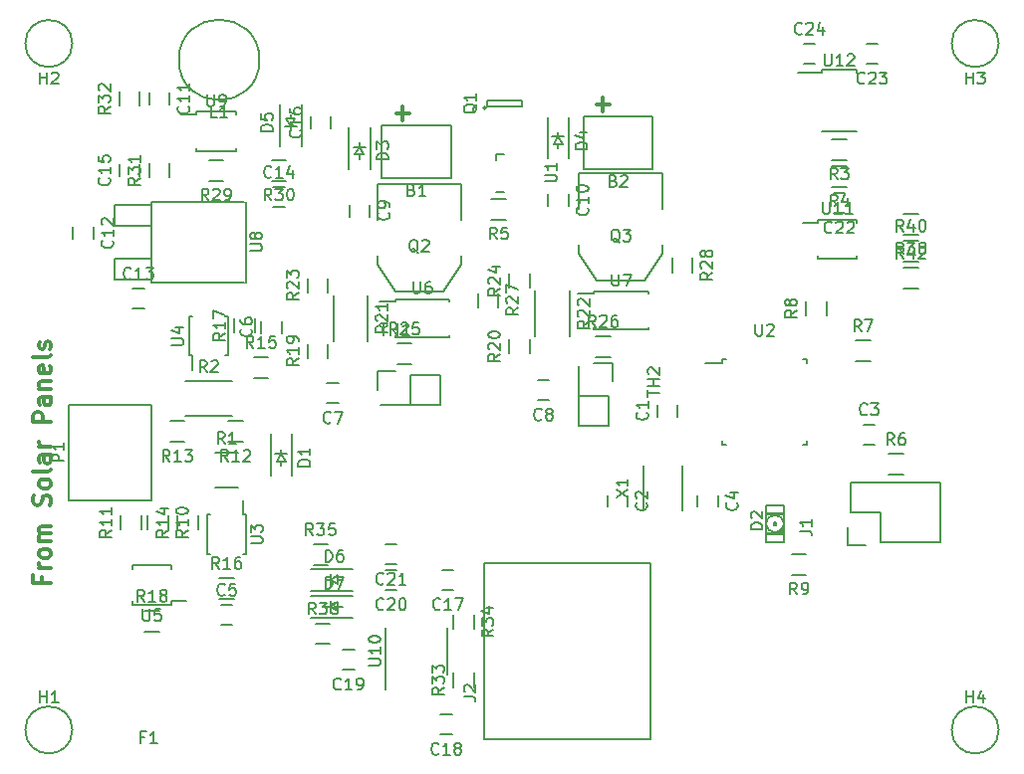
<source format=gto>
G04 #@! TF.FileFunction,Legend,Top*
%FSLAX46Y46*%
G04 Gerber Fmt 4.6, Leading zero omitted, Abs format (unit mm)*
G04 Created by KiCad (PCBNEW (after 2015-mar-04 BZR unknown)-product) date Fri 03 Jul 2015 12:32:40 AM EDT*
%MOMM*%
G01*
G04 APERTURE LIST*
%ADD10C,0.100000*%
%ADD11C,0.300000*%
%ADD12C,0.150000*%
G04 APERTURE END LIST*
D10*
D11*
X102889857Y-101951999D02*
X102889857Y-102451999D01*
X103675571Y-102451999D02*
X102175571Y-102451999D01*
X102175571Y-101737713D01*
X103675571Y-101166285D02*
X102675571Y-101166285D01*
X102961286Y-101166285D02*
X102818429Y-101094857D01*
X102747000Y-101023428D01*
X102675571Y-100880571D01*
X102675571Y-100737714D01*
X103675571Y-100023428D02*
X103604143Y-100166286D01*
X103532714Y-100237714D01*
X103389857Y-100309143D01*
X102961286Y-100309143D01*
X102818429Y-100237714D01*
X102747000Y-100166286D01*
X102675571Y-100023428D01*
X102675571Y-99809143D01*
X102747000Y-99666286D01*
X102818429Y-99594857D01*
X102961286Y-99523428D01*
X103389857Y-99523428D01*
X103532714Y-99594857D01*
X103604143Y-99666286D01*
X103675571Y-99809143D01*
X103675571Y-100023428D01*
X103675571Y-98880571D02*
X102675571Y-98880571D01*
X102818429Y-98880571D02*
X102747000Y-98809143D01*
X102675571Y-98666285D01*
X102675571Y-98452000D01*
X102747000Y-98309143D01*
X102889857Y-98237714D01*
X103675571Y-98237714D01*
X102889857Y-98237714D02*
X102747000Y-98166285D01*
X102675571Y-98023428D01*
X102675571Y-97809143D01*
X102747000Y-97666285D01*
X102889857Y-97594857D01*
X103675571Y-97594857D01*
X103604143Y-95809143D02*
X103675571Y-95594857D01*
X103675571Y-95237714D01*
X103604143Y-95094857D01*
X103532714Y-95023428D01*
X103389857Y-94952000D01*
X103247000Y-94952000D01*
X103104143Y-95023428D01*
X103032714Y-95094857D01*
X102961286Y-95237714D01*
X102889857Y-95523428D01*
X102818429Y-95666286D01*
X102747000Y-95737714D01*
X102604143Y-95809143D01*
X102461286Y-95809143D01*
X102318429Y-95737714D01*
X102247000Y-95666286D01*
X102175571Y-95523428D01*
X102175571Y-95166286D01*
X102247000Y-94952000D01*
X103675571Y-94094857D02*
X103604143Y-94237715D01*
X103532714Y-94309143D01*
X103389857Y-94380572D01*
X102961286Y-94380572D01*
X102818429Y-94309143D01*
X102747000Y-94237715D01*
X102675571Y-94094857D01*
X102675571Y-93880572D01*
X102747000Y-93737715D01*
X102818429Y-93666286D01*
X102961286Y-93594857D01*
X103389857Y-93594857D01*
X103532714Y-93666286D01*
X103604143Y-93737715D01*
X103675571Y-93880572D01*
X103675571Y-94094857D01*
X103675571Y-92737714D02*
X103604143Y-92880572D01*
X103461286Y-92952000D01*
X102175571Y-92952000D01*
X103675571Y-91523429D02*
X102889857Y-91523429D01*
X102747000Y-91594858D01*
X102675571Y-91737715D01*
X102675571Y-92023429D01*
X102747000Y-92166286D01*
X103604143Y-91523429D02*
X103675571Y-91666286D01*
X103675571Y-92023429D01*
X103604143Y-92166286D01*
X103461286Y-92237715D01*
X103318429Y-92237715D01*
X103175571Y-92166286D01*
X103104143Y-92023429D01*
X103104143Y-91666286D01*
X103032714Y-91523429D01*
X103675571Y-90809143D02*
X102675571Y-90809143D01*
X102961286Y-90809143D02*
X102818429Y-90737715D01*
X102747000Y-90666286D01*
X102675571Y-90523429D01*
X102675571Y-90380572D01*
X103675571Y-88737715D02*
X102175571Y-88737715D01*
X102175571Y-88166287D01*
X102247000Y-88023429D01*
X102318429Y-87952001D01*
X102461286Y-87880572D01*
X102675571Y-87880572D01*
X102818429Y-87952001D01*
X102889857Y-88023429D01*
X102961286Y-88166287D01*
X102961286Y-88737715D01*
X103675571Y-86594858D02*
X102889857Y-86594858D01*
X102747000Y-86666287D01*
X102675571Y-86809144D01*
X102675571Y-87094858D01*
X102747000Y-87237715D01*
X103604143Y-86594858D02*
X103675571Y-86737715D01*
X103675571Y-87094858D01*
X103604143Y-87237715D01*
X103461286Y-87309144D01*
X103318429Y-87309144D01*
X103175571Y-87237715D01*
X103104143Y-87094858D01*
X103104143Y-86737715D01*
X103032714Y-86594858D01*
X102675571Y-85880572D02*
X103675571Y-85880572D01*
X102818429Y-85880572D02*
X102747000Y-85809144D01*
X102675571Y-85666286D01*
X102675571Y-85452001D01*
X102747000Y-85309144D01*
X102889857Y-85237715D01*
X103675571Y-85237715D01*
X103604143Y-83952001D02*
X103675571Y-84094858D01*
X103675571Y-84380572D01*
X103604143Y-84523429D01*
X103461286Y-84594858D01*
X102889857Y-84594858D01*
X102747000Y-84523429D01*
X102675571Y-84380572D01*
X102675571Y-84094858D01*
X102747000Y-83952001D01*
X102889857Y-83880572D01*
X103032714Y-83880572D01*
X103175571Y-84594858D01*
X103675571Y-83023429D02*
X103604143Y-83166287D01*
X103461286Y-83237715D01*
X102175571Y-83237715D01*
X103604143Y-82523430D02*
X103675571Y-82380573D01*
X103675571Y-82094858D01*
X103604143Y-81952001D01*
X103461286Y-81880573D01*
X103389857Y-81880573D01*
X103247000Y-81952001D01*
X103175571Y-82094858D01*
X103175571Y-82309144D01*
X103104143Y-82452001D01*
X102961286Y-82523430D01*
X102889857Y-82523430D01*
X102747000Y-82452001D01*
X102675571Y-82309144D01*
X102675571Y-82094858D01*
X102747000Y-81952001D01*
X150050572Y-61702143D02*
X151193429Y-61702143D01*
X150622000Y-62273571D02*
X150622000Y-61130714D01*
X133032572Y-62464143D02*
X134175429Y-62464143D01*
X133604000Y-63035571D02*
X133604000Y-61892714D01*
D12*
X144829000Y-81452000D02*
X144829000Y-77552000D01*
X147779000Y-77552000D02*
X147779000Y-81452000D01*
X155233000Y-87257000D02*
X155233000Y-88257000D01*
X156933000Y-88257000D02*
X156933000Y-87257000D01*
X152678500Y-95940500D02*
X152678500Y-94940500D01*
X150978500Y-94940500D02*
X150978500Y-95940500D01*
X173728000Y-88939000D02*
X172728000Y-88939000D01*
X172728000Y-90639000D02*
X173728000Y-90639000D01*
X160362000Y-95940500D02*
X160362000Y-94940500D01*
X158662000Y-94940500D02*
X158662000Y-95940500D01*
X119118000Y-104306000D02*
X118118000Y-104306000D01*
X118118000Y-106006000D02*
X119118000Y-106006000D01*
X121578000Y-80145000D02*
X121578000Y-81145000D01*
X123278000Y-81145000D02*
X123278000Y-80145000D01*
X127135000Y-87146500D02*
X128135000Y-87146500D01*
X128135000Y-85446500D02*
X127135000Y-85446500D01*
X145042000Y-86892500D02*
X146042000Y-86892500D01*
X146042000Y-85192500D02*
X145042000Y-85192500D01*
X130771000Y-71239000D02*
X130771000Y-70239000D01*
X129071000Y-70239000D02*
X129071000Y-71239000D01*
X147662000Y-70350000D02*
X147662000Y-69350000D01*
X145962000Y-69350000D02*
X145962000Y-70350000D01*
X113753000Y-61714000D02*
X113753000Y-60714000D01*
X112053000Y-60714000D02*
X112053000Y-61714000D01*
X107276000Y-73144000D02*
X107276000Y-72144000D01*
X105576000Y-72144000D02*
X105576000Y-73144000D01*
X111625000Y-77382000D02*
X110625000Y-77382000D01*
X110625000Y-79082000D02*
X111625000Y-79082000D01*
X123563000Y-68746000D02*
X122563000Y-68746000D01*
X122563000Y-70446000D02*
X123563000Y-70446000D01*
X109513000Y-66810000D02*
X109513000Y-67810000D01*
X111213000Y-67810000D02*
X111213000Y-66810000D01*
X125769000Y-62746000D02*
X125769000Y-63746000D01*
X127469000Y-63746000D02*
X127469000Y-62746000D01*
X136914000Y-103021500D02*
X137914000Y-103021500D01*
X137914000Y-101321500D02*
X136914000Y-101321500D01*
X136787000Y-115340500D02*
X137787000Y-115340500D01*
X137787000Y-113640500D02*
X136787000Y-113640500D01*
X128468500Y-109816000D02*
X129468500Y-109816000D01*
X129468500Y-108116000D02*
X128468500Y-108116000D01*
X132088000Y-103021500D02*
X133088000Y-103021500D01*
X133088000Y-101321500D02*
X132088000Y-101321500D01*
X132088000Y-100862500D02*
X133088000Y-100862500D01*
X133088000Y-99162500D02*
X132088000Y-99162500D01*
X170188000Y-70954000D02*
X171188000Y-70954000D01*
X171188000Y-69254000D02*
X170188000Y-69254000D01*
X172982000Y-58254000D02*
X173982000Y-58254000D01*
X173982000Y-56554000D02*
X172982000Y-56554000D01*
X168648000Y-56554000D02*
X167648000Y-56554000D01*
X167648000Y-58254000D02*
X168648000Y-58254000D01*
X123253500Y-92075000D02*
X123253500Y-92456000D01*
X123253500Y-91059000D02*
X123253500Y-91440000D01*
X123253500Y-91440000D02*
X123634500Y-92075000D01*
X123634500Y-92075000D02*
X122872500Y-92075000D01*
X122872500Y-92075000D02*
X123253500Y-91440000D01*
X123761500Y-91440000D02*
X122745500Y-91440000D01*
X122353500Y-89757500D02*
X122353500Y-93297500D01*
X124153500Y-89757500D02*
X124153500Y-93297500D01*
X165326060Y-97287080D02*
X165326060Y-97485200D01*
X165326060Y-97485200D02*
X165127940Y-97485200D01*
X165127940Y-97287080D02*
X165127940Y-97485200D01*
X165326060Y-97287080D02*
X165127940Y-97287080D01*
X165925500Y-97835720D02*
X165925500Y-98183700D01*
X165925500Y-98183700D02*
X165676580Y-98183700D01*
X165676580Y-97835720D02*
X165676580Y-98183700D01*
X165925500Y-97835720D02*
X165676580Y-97835720D01*
X165925500Y-98183700D02*
X165925500Y-98285300D01*
X165925500Y-98285300D02*
X164729160Y-98285300D01*
X164729160Y-98183700D02*
X164729160Y-98285300D01*
X165925500Y-98183700D02*
X164729160Y-98183700D01*
X164678360Y-98183700D02*
X164678360Y-98285300D01*
X164678360Y-98285300D02*
X164528500Y-98285300D01*
X164528500Y-98183700D02*
X164528500Y-98285300D01*
X164678360Y-98183700D02*
X164528500Y-98183700D01*
X165925500Y-96486980D02*
X165925500Y-96588580D01*
X165925500Y-96588580D02*
X164729160Y-96588580D01*
X164729160Y-96486980D02*
X164729160Y-96588580D01*
X165925500Y-96486980D02*
X164729160Y-96486980D01*
X164678360Y-96486980D02*
X164678360Y-96588580D01*
X164678360Y-96588580D02*
X164528500Y-96588580D01*
X164528500Y-96486980D02*
X164528500Y-96588580D01*
X164678360Y-96486980D02*
X164528500Y-96486980D01*
X165925500Y-97835720D02*
X165925500Y-97985580D01*
X165925500Y-97985580D02*
X165676580Y-97985580D01*
X165676580Y-97835720D02*
X165676580Y-97985580D01*
X165925500Y-97835720D02*
X165676580Y-97835720D01*
X165976300Y-98935540D02*
X165976300Y-95836740D01*
X165976300Y-95836740D02*
X164477700Y-95836740D01*
X164477700Y-95836740D02*
X164477700Y-98935540D01*
X164477700Y-98935540D02*
X165976300Y-98935540D01*
X165726354Y-96838878D02*
G75*
G02X165724840Y-97934780I-499354J-547262D01*
G01*
X164728602Y-96838007D02*
G75*
G02X165724840Y-96837500I498398J-548133D01*
G01*
X164727646Y-97933402D02*
G75*
G02X164729160Y-96837500I499354J547262D01*
G01*
X165725398Y-97934273D02*
G75*
G02X164729160Y-97934780I-498398J548133D01*
G01*
X129921000Y-65976500D02*
X129921000Y-66357500D01*
X129921000Y-64960500D02*
X129921000Y-65341500D01*
X129921000Y-65341500D02*
X130302000Y-65976500D01*
X130302000Y-65976500D02*
X129540000Y-65976500D01*
X129540000Y-65976500D02*
X129921000Y-65341500D01*
X130429000Y-65341500D02*
X129413000Y-65341500D01*
X129021000Y-63659000D02*
X129021000Y-67199000D01*
X130821000Y-63659000D02*
X130821000Y-67199000D01*
X146812000Y-65087500D02*
X146812000Y-65468500D01*
X146812000Y-64071500D02*
X146812000Y-64452500D01*
X146812000Y-64452500D02*
X147193000Y-65087500D01*
X147193000Y-65087500D02*
X146431000Y-65087500D01*
X146431000Y-65087500D02*
X146812000Y-64452500D01*
X147320000Y-64452500D02*
X146304000Y-64452500D01*
X145912000Y-62770000D02*
X145912000Y-66310000D01*
X147712000Y-62770000D02*
X147712000Y-66310000D01*
X124079000Y-62928500D02*
X124079000Y-62547500D01*
X124079000Y-63944500D02*
X124079000Y-63563500D01*
X124079000Y-63563500D02*
X123698000Y-62928500D01*
X123698000Y-62928500D02*
X124460000Y-62928500D01*
X124460000Y-62928500D02*
X124079000Y-63563500D01*
X123571000Y-63563500D02*
X124587000Y-63563500D01*
X124979000Y-65246000D02*
X124979000Y-61706000D01*
X123179000Y-65246000D02*
X123179000Y-61706000D01*
X128079500Y-102171500D02*
X128460500Y-102171500D01*
X127063500Y-102171500D02*
X127444500Y-102171500D01*
X127444500Y-102171500D02*
X128079500Y-101790500D01*
X128079500Y-101790500D02*
X128079500Y-102552500D01*
X128079500Y-102552500D02*
X127444500Y-102171500D01*
X127444500Y-101663500D02*
X127444500Y-102679500D01*
X125762000Y-103071500D02*
X129302000Y-103071500D01*
X125762000Y-101271500D02*
X129302000Y-101271500D01*
X128079500Y-104457500D02*
X128460500Y-104457500D01*
X127063500Y-104457500D02*
X127444500Y-104457500D01*
X127444500Y-104457500D02*
X128079500Y-104076500D01*
X128079500Y-104076500D02*
X128079500Y-104838500D01*
X128079500Y-104838500D02*
X127444500Y-104457500D01*
X127444500Y-103949500D02*
X127444500Y-104965500D01*
X125762000Y-105357500D02*
X129302000Y-105357500D01*
X125762000Y-103557500D02*
X129302000Y-103557500D01*
X174244000Y-98933000D02*
X179324000Y-98933000D01*
X171424000Y-99213000D02*
X171424000Y-97663000D01*
X171704000Y-96393000D02*
X174244000Y-96393000D01*
X174244000Y-96393000D02*
X174244000Y-98933000D01*
X179324000Y-98933000D02*
X179324000Y-93853000D01*
X179324000Y-93853000D02*
X174244000Y-93853000D01*
X171424000Y-99213000D02*
X172974000Y-99213000D01*
X171704000Y-93853000D02*
X171704000Y-96393000D01*
X174244000Y-93853000D02*
X171704000Y-93853000D01*
X140525500Y-100711000D02*
X154622500Y-100711000D01*
X154622500Y-115697000D02*
X140525500Y-115697000D01*
X140525500Y-100711000D02*
X140525500Y-115697000D01*
X154622500Y-100711000D02*
X154622500Y-115697000D01*
X138557000Y-71501000D02*
X138557000Y-68453000D01*
X138557000Y-68453000D02*
X131445000Y-68453000D01*
X131445000Y-68453000D02*
X131445000Y-71501000D01*
X138557000Y-74549000D02*
X138557000Y-75311000D01*
X138557000Y-75311000D02*
X137033000Y-77597000D01*
X137033000Y-77597000D02*
X132969000Y-77597000D01*
X132969000Y-77597000D02*
X131445000Y-75311000D01*
X131445000Y-75311000D02*
X131445000Y-74549000D01*
X155702000Y-70612000D02*
X155702000Y-67564000D01*
X155702000Y-67564000D02*
X148590000Y-67564000D01*
X148590000Y-67564000D02*
X148590000Y-70612000D01*
X155702000Y-73660000D02*
X155702000Y-74422000D01*
X155702000Y-74422000D02*
X154178000Y-76708000D01*
X154178000Y-76708000D02*
X150114000Y-76708000D01*
X150114000Y-76708000D02*
X148590000Y-74422000D01*
X148590000Y-74422000D02*
X148590000Y-73660000D01*
X119618000Y-94312000D02*
X117618000Y-94312000D01*
X117618000Y-91362000D02*
X119618000Y-91362000D01*
X119044000Y-88216000D02*
X115144000Y-88216000D01*
X115144000Y-85266000D02*
X119044000Y-85266000D01*
X170088000Y-64657000D02*
X171288000Y-64657000D01*
X171288000Y-66407000D02*
X170088000Y-66407000D01*
X170088000Y-66943000D02*
X171288000Y-66943000D01*
X171288000Y-68693000D02*
X170088000Y-68693000D01*
X141132000Y-69737000D02*
X142332000Y-69737000D01*
X142332000Y-71487000D02*
X141132000Y-71487000D01*
X176114000Y-93204000D02*
X174914000Y-93204000D01*
X174914000Y-91454000D02*
X176114000Y-91454000D01*
X173320000Y-83552000D02*
X172120000Y-83552000D01*
X172120000Y-81802000D02*
X173320000Y-81802000D01*
X169594500Y-78457500D02*
X169594500Y-79657500D01*
X167844500Y-79657500D02*
X167844500Y-78457500D01*
X166659000Y-99963000D02*
X167859000Y-99963000D01*
X167859000Y-101713000D02*
X166659000Y-101713000D01*
X111901000Y-97882000D02*
X111901000Y-96682000D01*
X113651000Y-96682000D02*
X113651000Y-97882000D01*
X111365000Y-96682000D02*
X111365000Y-97882000D01*
X109615000Y-97882000D02*
X109615000Y-96682000D01*
X118780000Y-88660000D02*
X119980000Y-88660000D01*
X119980000Y-90410000D02*
X118780000Y-90410000D01*
X113827000Y-88660000D02*
X115027000Y-88660000D01*
X115027000Y-90410000D02*
X113827000Y-90410000D01*
X116191000Y-96682000D02*
X116191000Y-97882000D01*
X114441000Y-97882000D02*
X114441000Y-96682000D01*
X122139000Y-84949000D02*
X120939000Y-84949000D01*
X120939000Y-83199000D02*
X122139000Y-83199000D01*
X119218000Y-103745000D02*
X118018000Y-103745000D01*
X118018000Y-101995000D02*
X119218000Y-101995000D01*
X121017000Y-79918000D02*
X121017000Y-81118000D01*
X119267000Y-81118000D02*
X119267000Y-79918000D01*
X112868000Y-106539000D02*
X111668000Y-106539000D01*
X111668000Y-104789000D02*
X112868000Y-104789000D01*
X127240000Y-82077000D02*
X127240000Y-83277000D01*
X125490000Y-83277000D02*
X125490000Y-82077000D01*
X144385000Y-81696000D02*
X144385000Y-82896000D01*
X142635000Y-82896000D02*
X142635000Y-81696000D01*
X127684000Y-81833000D02*
X127684000Y-77933000D01*
X130634000Y-77933000D02*
X130634000Y-81833000D01*
X127240000Y-76489000D02*
X127240000Y-77689000D01*
X125490000Y-77689000D02*
X125490000Y-76489000D01*
X144385000Y-76108000D02*
X144385000Y-77308000D01*
X142635000Y-77308000D02*
X142635000Y-76108000D01*
X134331000Y-83806000D02*
X133131000Y-83806000D01*
X133131000Y-82056000D02*
X134331000Y-82056000D01*
X151222000Y-83171000D02*
X150022000Y-83171000D01*
X150022000Y-81421000D02*
X151222000Y-81421000D01*
X139968000Y-78959000D02*
X139968000Y-77759000D01*
X141718000Y-77759000D02*
X141718000Y-78959000D01*
X156478000Y-75974500D02*
X156478000Y-74774500D01*
X158228000Y-74774500D02*
X158228000Y-75974500D01*
X117129000Y-66435000D02*
X118329000Y-66435000D01*
X118329000Y-68185000D02*
X117129000Y-68185000D01*
X122463000Y-66435000D02*
X123663000Y-66435000D01*
X123663000Y-68185000D02*
X122463000Y-68185000D01*
X113778000Y-66710000D02*
X113778000Y-67910000D01*
X112028000Y-67910000D02*
X112028000Y-66710000D01*
X111238000Y-60614000D02*
X111238000Y-61814000D01*
X109488000Y-61814000D02*
X109488000Y-60614000D01*
X139622500Y-110080500D02*
X139622500Y-111280500D01*
X137872500Y-111280500D02*
X137872500Y-110080500D01*
X137872500Y-106327500D02*
X137872500Y-105127500D01*
X139622500Y-105127500D02*
X139622500Y-106327500D01*
X127202500Y-100887500D02*
X126002500Y-100887500D01*
X126002500Y-99137500D02*
X127202500Y-99137500D01*
X127409500Y-107618500D02*
X126209500Y-107618500D01*
X126209500Y-105868500D02*
X127409500Y-105868500D01*
X176184000Y-71007000D02*
X177384000Y-71007000D01*
X177384000Y-72757000D02*
X176184000Y-72757000D01*
X177384000Y-75043000D02*
X176184000Y-75043000D01*
X176184000Y-73293000D02*
X177384000Y-73293000D01*
X177384000Y-77329000D02*
X176184000Y-77329000D01*
X176184000Y-75579000D02*
X177384000Y-75579000D01*
X131419000Y-85979000D02*
X131419000Y-84429000D01*
X132969000Y-84429000D02*
X131419000Y-84429000D01*
X131699000Y-87249000D02*
X134239000Y-87249000D01*
X136779000Y-84709000D02*
X134239000Y-84709000D01*
X134239000Y-84709000D02*
X134239000Y-87249000D01*
X134239000Y-87249000D02*
X136779000Y-87249000D01*
X136779000Y-87249000D02*
X136779000Y-84709000D01*
X149860000Y-83730500D02*
X151410000Y-83730500D01*
X151410000Y-85280500D02*
X151410000Y-83730500D01*
X148590000Y-84010500D02*
X148590000Y-86550500D01*
X151130000Y-89090500D02*
X151130000Y-86550500D01*
X151130000Y-86550500D02*
X148590000Y-86550500D01*
X148590000Y-86550500D02*
X148590000Y-89090500D01*
X148590000Y-89090500D02*
X151130000Y-89090500D01*
X141508480Y-65963800D02*
X141508480Y-66454020D01*
X142209520Y-65963800D02*
X141508480Y-65963800D01*
X142209520Y-69164200D02*
X141508480Y-69164200D01*
X160713000Y-83370000D02*
X160713000Y-83695000D01*
X167963000Y-83370000D02*
X167963000Y-83695000D01*
X167963000Y-90620000D02*
X167963000Y-90295000D01*
X160713000Y-90620000D02*
X160713000Y-90295000D01*
X160713000Y-83370000D02*
X161038000Y-83370000D01*
X160713000Y-90620000D02*
X161038000Y-90620000D01*
X167963000Y-90620000D02*
X167638000Y-90620000D01*
X167963000Y-83370000D02*
X167638000Y-83370000D01*
X160713000Y-83695000D02*
X159288000Y-83695000D01*
X120293000Y-96623000D02*
X120043000Y-96623000D01*
X120293000Y-99973000D02*
X120043000Y-99973000D01*
X116943000Y-99973000D02*
X117193000Y-99973000D01*
X116943000Y-96623000D02*
X117193000Y-96623000D01*
X120293000Y-96623000D02*
X120293000Y-99973000D01*
X116943000Y-96623000D02*
X116943000Y-99973000D01*
X120043000Y-96623000D02*
X120043000Y-95373000D01*
X115419000Y-83082000D02*
X115669000Y-83082000D01*
X115419000Y-79732000D02*
X115669000Y-79732000D01*
X118769000Y-79732000D02*
X118519000Y-79732000D01*
X118769000Y-83082000D02*
X118519000Y-83082000D01*
X115419000Y-83082000D02*
X115419000Y-79732000D01*
X118769000Y-83082000D02*
X118769000Y-79732000D01*
X115669000Y-83082000D02*
X115669000Y-84332000D01*
X113943000Y-104291000D02*
X113943000Y-103991000D01*
X110593000Y-104291000D02*
X110593000Y-103991000D01*
X110593000Y-100941000D02*
X110593000Y-101241000D01*
X113943000Y-100941000D02*
X113943000Y-101241000D01*
X113943000Y-104291000D02*
X110593000Y-104291000D01*
X113943000Y-100941000D02*
X110593000Y-100941000D01*
X113943000Y-103991000D02*
X115168000Y-103991000D01*
X132930000Y-78258000D02*
X132930000Y-78458000D01*
X137580000Y-78258000D02*
X137580000Y-78458000D01*
X137580000Y-81508000D02*
X137580000Y-81308000D01*
X132930000Y-81508000D02*
X132930000Y-81308000D01*
X132930000Y-78258000D02*
X137580000Y-78258000D01*
X132930000Y-81508000D02*
X137580000Y-81508000D01*
X132930000Y-78458000D02*
X131580000Y-78458000D01*
X149821000Y-77623000D02*
X149821000Y-77823000D01*
X154471000Y-77623000D02*
X154471000Y-77823000D01*
X154471000Y-80873000D02*
X154471000Y-80673000D01*
X149821000Y-80873000D02*
X149821000Y-80673000D01*
X149821000Y-77623000D02*
X154471000Y-77623000D01*
X149821000Y-80873000D02*
X154471000Y-80873000D01*
X149821000Y-77823000D02*
X148471000Y-77823000D01*
X112268000Y-74803000D02*
X109093000Y-74803000D01*
X109093000Y-74803000D02*
X109093000Y-76581000D01*
X109093000Y-76581000D02*
X112268000Y-76581000D01*
X112268000Y-70231000D02*
X109093000Y-70231000D01*
X109093000Y-70231000D02*
X109093000Y-72009000D01*
X109093000Y-72009000D02*
X112268000Y-72009000D01*
X118364000Y-76835000D02*
X112268000Y-76835000D01*
X112268000Y-76835000D02*
X112268000Y-69977000D01*
X112268000Y-69977000D02*
X120142000Y-69977000D01*
X120269000Y-69977000D02*
X120269000Y-76835000D01*
X120142000Y-76835000D02*
X118364000Y-76835000D01*
X116054000Y-62333000D02*
X116054000Y-62583000D01*
X119404000Y-62333000D02*
X119404000Y-62583000D01*
X119404000Y-65683000D02*
X119404000Y-65433000D01*
X116054000Y-65683000D02*
X116054000Y-65433000D01*
X116054000Y-62333000D02*
X119404000Y-62333000D01*
X116054000Y-65683000D02*
X119404000Y-65683000D01*
X116054000Y-62583000D02*
X114804000Y-62583000D01*
X137394500Y-110204000D02*
X137394500Y-106204000D01*
X132099500Y-111479000D02*
X132099500Y-106204000D01*
X168862571Y-71496000D02*
X168862571Y-71746000D01*
X172212571Y-71496000D02*
X172212571Y-71746000D01*
X172212571Y-74846000D02*
X172212571Y-74596000D01*
X168862571Y-74846000D02*
X168862571Y-74596000D01*
X168862571Y-71496000D02*
X172212571Y-71496000D01*
X168862571Y-74846000D02*
X172212571Y-74846000D01*
X168862571Y-71746000D02*
X167612571Y-71746000D01*
X121412000Y-57912000D02*
G75*
G03X121412000Y-57912000I-3429000J0D01*
G01*
X140640000Y-61995000D02*
G75*
G03X140640000Y-61995000I-100000J0D01*
G01*
X140790000Y-61345000D02*
X140790000Y-61845000D01*
X143690000Y-61345000D02*
X140790000Y-61345000D01*
X143690000Y-61845000D02*
X143690000Y-61345000D01*
X140790000Y-61845000D02*
X143690000Y-61845000D01*
X154051000Y-92456000D02*
X154051000Y-96266000D01*
X157353000Y-92456000D02*
X157353000Y-96266000D01*
X105505000Y-114935000D02*
G75*
G03X105505000Y-114935000I-2000000J0D01*
G01*
X105505000Y-56515000D02*
G75*
G03X105505000Y-56515000I-2000000J0D01*
G01*
X184245000Y-56515000D02*
G75*
G03X184245000Y-56515000I-2000000J0D01*
G01*
X184245000Y-114935000D02*
G75*
G03X184245000Y-114935000I-2000000J0D01*
G01*
X169188000Y-63968000D02*
X172188000Y-63968000D01*
X167188000Y-58968000D02*
X169188000Y-58968000D01*
X169188000Y-58968000D02*
X169188000Y-58718000D01*
X169188000Y-58718000D02*
X172188000Y-58718000D01*
X172188000Y-58718000D02*
X172188000Y-58968000D01*
X105185000Y-95363000D02*
X112185000Y-95363000D01*
X112185000Y-87263000D02*
X112185000Y-95363000D01*
X112185000Y-87263000D02*
X105185000Y-87263000D01*
X105185000Y-95363000D02*
X105185000Y-87263000D01*
X154842000Y-67232000D02*
X154842000Y-62732000D01*
X148942000Y-67232000D02*
X148942000Y-62732000D01*
X148942000Y-62732000D02*
X154842000Y-62732000D01*
X148942000Y-67232000D02*
X154842000Y-67232000D01*
X137697000Y-67994000D02*
X137697000Y-63494000D01*
X131797000Y-67994000D02*
X131797000Y-63494000D01*
X131797000Y-63494000D02*
X137697000Y-63494000D01*
X131797000Y-67994000D02*
X137697000Y-67994000D01*
X149456381Y-80144857D02*
X148980190Y-80478191D01*
X149456381Y-80716286D02*
X148456381Y-80716286D01*
X148456381Y-80335333D01*
X148504000Y-80240095D01*
X148551619Y-80192476D01*
X148646857Y-80144857D01*
X148789714Y-80144857D01*
X148884952Y-80192476D01*
X148932571Y-80240095D01*
X148980190Y-80335333D01*
X148980190Y-80716286D01*
X148551619Y-79763905D02*
X148504000Y-79716286D01*
X148456381Y-79621048D01*
X148456381Y-79382952D01*
X148504000Y-79287714D01*
X148551619Y-79240095D01*
X148646857Y-79192476D01*
X148742095Y-79192476D01*
X148884952Y-79240095D01*
X149456381Y-79811524D01*
X149456381Y-79192476D01*
X148551619Y-78811524D02*
X148504000Y-78763905D01*
X148456381Y-78668667D01*
X148456381Y-78430571D01*
X148504000Y-78335333D01*
X148551619Y-78287714D01*
X148646857Y-78240095D01*
X148742095Y-78240095D01*
X148884952Y-78287714D01*
X149456381Y-78859143D01*
X149456381Y-78240095D01*
X154340143Y-87923666D02*
X154387762Y-87971285D01*
X154435381Y-88114142D01*
X154435381Y-88209380D01*
X154387762Y-88352238D01*
X154292524Y-88447476D01*
X154197286Y-88495095D01*
X154006810Y-88542714D01*
X153863952Y-88542714D01*
X153673476Y-88495095D01*
X153578238Y-88447476D01*
X153483000Y-88352238D01*
X153435381Y-88209380D01*
X153435381Y-88114142D01*
X153483000Y-87971285D01*
X153530619Y-87923666D01*
X154435381Y-86971285D02*
X154435381Y-87542714D01*
X154435381Y-87257000D02*
X153435381Y-87257000D01*
X153578238Y-87352238D01*
X153673476Y-87447476D01*
X153721095Y-87542714D01*
X154285643Y-95607166D02*
X154333262Y-95654785D01*
X154380881Y-95797642D01*
X154380881Y-95892880D01*
X154333262Y-96035738D01*
X154238024Y-96130976D01*
X154142786Y-96178595D01*
X153952310Y-96226214D01*
X153809452Y-96226214D01*
X153618976Y-96178595D01*
X153523738Y-96130976D01*
X153428500Y-96035738D01*
X153380881Y-95892880D01*
X153380881Y-95797642D01*
X153428500Y-95654785D01*
X153476119Y-95607166D01*
X153476119Y-95226214D02*
X153428500Y-95178595D01*
X153380881Y-95083357D01*
X153380881Y-94845261D01*
X153428500Y-94750023D01*
X153476119Y-94702404D01*
X153571357Y-94654785D01*
X153666595Y-94654785D01*
X153809452Y-94702404D01*
X154380881Y-95273833D01*
X154380881Y-94654785D01*
X173061334Y-88046143D02*
X173013715Y-88093762D01*
X172870858Y-88141381D01*
X172775620Y-88141381D01*
X172632762Y-88093762D01*
X172537524Y-87998524D01*
X172489905Y-87903286D01*
X172442286Y-87712810D01*
X172442286Y-87569952D01*
X172489905Y-87379476D01*
X172537524Y-87284238D01*
X172632762Y-87189000D01*
X172775620Y-87141381D01*
X172870858Y-87141381D01*
X173013715Y-87189000D01*
X173061334Y-87236619D01*
X173394667Y-87141381D02*
X174013715Y-87141381D01*
X173680381Y-87522333D01*
X173823239Y-87522333D01*
X173918477Y-87569952D01*
X173966096Y-87617571D01*
X174013715Y-87712810D01*
X174013715Y-87950905D01*
X173966096Y-88046143D01*
X173918477Y-88093762D01*
X173823239Y-88141381D01*
X173537524Y-88141381D01*
X173442286Y-88093762D01*
X173394667Y-88046143D01*
X161969143Y-95607166D02*
X162016762Y-95654785D01*
X162064381Y-95797642D01*
X162064381Y-95892880D01*
X162016762Y-96035738D01*
X161921524Y-96130976D01*
X161826286Y-96178595D01*
X161635810Y-96226214D01*
X161492952Y-96226214D01*
X161302476Y-96178595D01*
X161207238Y-96130976D01*
X161112000Y-96035738D01*
X161064381Y-95892880D01*
X161064381Y-95797642D01*
X161112000Y-95654785D01*
X161159619Y-95607166D01*
X161397714Y-94750023D02*
X162064381Y-94750023D01*
X161016762Y-94988119D02*
X161731048Y-95226214D01*
X161731048Y-94607166D01*
X118451334Y-103413143D02*
X118403715Y-103460762D01*
X118260858Y-103508381D01*
X118165620Y-103508381D01*
X118022762Y-103460762D01*
X117927524Y-103365524D01*
X117879905Y-103270286D01*
X117832286Y-103079810D01*
X117832286Y-102936952D01*
X117879905Y-102746476D01*
X117927524Y-102651238D01*
X118022762Y-102556000D01*
X118165620Y-102508381D01*
X118260858Y-102508381D01*
X118403715Y-102556000D01*
X118451334Y-102603619D01*
X119356096Y-102508381D02*
X118879905Y-102508381D01*
X118832286Y-102984571D01*
X118879905Y-102936952D01*
X118975143Y-102889333D01*
X119213239Y-102889333D01*
X119308477Y-102936952D01*
X119356096Y-102984571D01*
X119403715Y-103079810D01*
X119403715Y-103317905D01*
X119356096Y-103413143D01*
X119308477Y-103460762D01*
X119213239Y-103508381D01*
X118975143Y-103508381D01*
X118879905Y-103460762D01*
X118832286Y-103413143D01*
X120685143Y-80811666D02*
X120732762Y-80859285D01*
X120780381Y-81002142D01*
X120780381Y-81097380D01*
X120732762Y-81240238D01*
X120637524Y-81335476D01*
X120542286Y-81383095D01*
X120351810Y-81430714D01*
X120208952Y-81430714D01*
X120018476Y-81383095D01*
X119923238Y-81335476D01*
X119828000Y-81240238D01*
X119780381Y-81097380D01*
X119780381Y-81002142D01*
X119828000Y-80859285D01*
X119875619Y-80811666D01*
X119780381Y-79954523D02*
X119780381Y-80145000D01*
X119828000Y-80240238D01*
X119875619Y-80287857D01*
X120018476Y-80383095D01*
X120208952Y-80430714D01*
X120589905Y-80430714D01*
X120685143Y-80383095D01*
X120732762Y-80335476D01*
X120780381Y-80240238D01*
X120780381Y-80049761D01*
X120732762Y-79954523D01*
X120685143Y-79906904D01*
X120589905Y-79859285D01*
X120351810Y-79859285D01*
X120256571Y-79906904D01*
X120208952Y-79954523D01*
X120161333Y-80049761D01*
X120161333Y-80240238D01*
X120208952Y-80335476D01*
X120256571Y-80383095D01*
X120351810Y-80430714D01*
X127468334Y-88753643D02*
X127420715Y-88801262D01*
X127277858Y-88848881D01*
X127182620Y-88848881D01*
X127039762Y-88801262D01*
X126944524Y-88706024D01*
X126896905Y-88610786D01*
X126849286Y-88420310D01*
X126849286Y-88277452D01*
X126896905Y-88086976D01*
X126944524Y-87991738D01*
X127039762Y-87896500D01*
X127182620Y-87848881D01*
X127277858Y-87848881D01*
X127420715Y-87896500D01*
X127468334Y-87944119D01*
X127801667Y-87848881D02*
X128468334Y-87848881D01*
X128039762Y-88848881D01*
X145375334Y-88499643D02*
X145327715Y-88547262D01*
X145184858Y-88594881D01*
X145089620Y-88594881D01*
X144946762Y-88547262D01*
X144851524Y-88452024D01*
X144803905Y-88356786D01*
X144756286Y-88166310D01*
X144756286Y-88023452D01*
X144803905Y-87832976D01*
X144851524Y-87737738D01*
X144946762Y-87642500D01*
X145089620Y-87594881D01*
X145184858Y-87594881D01*
X145327715Y-87642500D01*
X145375334Y-87690119D01*
X145946762Y-88023452D02*
X145851524Y-87975833D01*
X145803905Y-87928214D01*
X145756286Y-87832976D01*
X145756286Y-87785357D01*
X145803905Y-87690119D01*
X145851524Y-87642500D01*
X145946762Y-87594881D01*
X146137239Y-87594881D01*
X146232477Y-87642500D01*
X146280096Y-87690119D01*
X146327715Y-87785357D01*
X146327715Y-87832976D01*
X146280096Y-87928214D01*
X146232477Y-87975833D01*
X146137239Y-88023452D01*
X145946762Y-88023452D01*
X145851524Y-88071071D01*
X145803905Y-88118690D01*
X145756286Y-88213929D01*
X145756286Y-88404405D01*
X145803905Y-88499643D01*
X145851524Y-88547262D01*
X145946762Y-88594881D01*
X146137239Y-88594881D01*
X146232477Y-88547262D01*
X146280096Y-88499643D01*
X146327715Y-88404405D01*
X146327715Y-88213929D01*
X146280096Y-88118690D01*
X146232477Y-88071071D01*
X146137239Y-88023452D01*
X132378143Y-70905666D02*
X132425762Y-70953285D01*
X132473381Y-71096142D01*
X132473381Y-71191380D01*
X132425762Y-71334238D01*
X132330524Y-71429476D01*
X132235286Y-71477095D01*
X132044810Y-71524714D01*
X131901952Y-71524714D01*
X131711476Y-71477095D01*
X131616238Y-71429476D01*
X131521000Y-71334238D01*
X131473381Y-71191380D01*
X131473381Y-71096142D01*
X131521000Y-70953285D01*
X131568619Y-70905666D01*
X132473381Y-70429476D02*
X132473381Y-70239000D01*
X132425762Y-70143761D01*
X132378143Y-70096142D01*
X132235286Y-70000904D01*
X132044810Y-69953285D01*
X131663857Y-69953285D01*
X131568619Y-70000904D01*
X131521000Y-70048523D01*
X131473381Y-70143761D01*
X131473381Y-70334238D01*
X131521000Y-70429476D01*
X131568619Y-70477095D01*
X131663857Y-70524714D01*
X131901952Y-70524714D01*
X131997190Y-70477095D01*
X132044810Y-70429476D01*
X132092429Y-70334238D01*
X132092429Y-70143761D01*
X132044810Y-70048523D01*
X131997190Y-70000904D01*
X131901952Y-69953285D01*
X149269143Y-70492857D02*
X149316762Y-70540476D01*
X149364381Y-70683333D01*
X149364381Y-70778571D01*
X149316762Y-70921429D01*
X149221524Y-71016667D01*
X149126286Y-71064286D01*
X148935810Y-71111905D01*
X148792952Y-71111905D01*
X148602476Y-71064286D01*
X148507238Y-71016667D01*
X148412000Y-70921429D01*
X148364381Y-70778571D01*
X148364381Y-70683333D01*
X148412000Y-70540476D01*
X148459619Y-70492857D01*
X149364381Y-69540476D02*
X149364381Y-70111905D01*
X149364381Y-69826191D02*
X148364381Y-69826191D01*
X148507238Y-69921429D01*
X148602476Y-70016667D01*
X148650095Y-70111905D01*
X148364381Y-68921429D02*
X148364381Y-68826190D01*
X148412000Y-68730952D01*
X148459619Y-68683333D01*
X148554857Y-68635714D01*
X148745333Y-68588095D01*
X148983429Y-68588095D01*
X149173905Y-68635714D01*
X149269143Y-68683333D01*
X149316762Y-68730952D01*
X149364381Y-68826190D01*
X149364381Y-68921429D01*
X149316762Y-69016667D01*
X149269143Y-69064286D01*
X149173905Y-69111905D01*
X148983429Y-69159524D01*
X148745333Y-69159524D01*
X148554857Y-69111905D01*
X148459619Y-69064286D01*
X148412000Y-69016667D01*
X148364381Y-68921429D01*
X115360143Y-61856857D02*
X115407762Y-61904476D01*
X115455381Y-62047333D01*
X115455381Y-62142571D01*
X115407762Y-62285429D01*
X115312524Y-62380667D01*
X115217286Y-62428286D01*
X115026810Y-62475905D01*
X114883952Y-62475905D01*
X114693476Y-62428286D01*
X114598238Y-62380667D01*
X114503000Y-62285429D01*
X114455381Y-62142571D01*
X114455381Y-62047333D01*
X114503000Y-61904476D01*
X114550619Y-61856857D01*
X115455381Y-60904476D02*
X115455381Y-61475905D01*
X115455381Y-61190191D02*
X114455381Y-61190191D01*
X114598238Y-61285429D01*
X114693476Y-61380667D01*
X114741095Y-61475905D01*
X115455381Y-59952095D02*
X115455381Y-60523524D01*
X115455381Y-60237810D02*
X114455381Y-60237810D01*
X114598238Y-60333048D01*
X114693476Y-60428286D01*
X114741095Y-60523524D01*
X108883143Y-73286857D02*
X108930762Y-73334476D01*
X108978381Y-73477333D01*
X108978381Y-73572571D01*
X108930762Y-73715429D01*
X108835524Y-73810667D01*
X108740286Y-73858286D01*
X108549810Y-73905905D01*
X108406952Y-73905905D01*
X108216476Y-73858286D01*
X108121238Y-73810667D01*
X108026000Y-73715429D01*
X107978381Y-73572571D01*
X107978381Y-73477333D01*
X108026000Y-73334476D01*
X108073619Y-73286857D01*
X108978381Y-72334476D02*
X108978381Y-72905905D01*
X108978381Y-72620191D02*
X107978381Y-72620191D01*
X108121238Y-72715429D01*
X108216476Y-72810667D01*
X108264095Y-72905905D01*
X108073619Y-71953524D02*
X108026000Y-71905905D01*
X107978381Y-71810667D01*
X107978381Y-71572571D01*
X108026000Y-71477333D01*
X108073619Y-71429714D01*
X108168857Y-71382095D01*
X108264095Y-71382095D01*
X108406952Y-71429714D01*
X108978381Y-72001143D01*
X108978381Y-71382095D01*
X110482143Y-76489143D02*
X110434524Y-76536762D01*
X110291667Y-76584381D01*
X110196429Y-76584381D01*
X110053571Y-76536762D01*
X109958333Y-76441524D01*
X109910714Y-76346286D01*
X109863095Y-76155810D01*
X109863095Y-76012952D01*
X109910714Y-75822476D01*
X109958333Y-75727238D01*
X110053571Y-75632000D01*
X110196429Y-75584381D01*
X110291667Y-75584381D01*
X110434524Y-75632000D01*
X110482143Y-75679619D01*
X111434524Y-76584381D02*
X110863095Y-76584381D01*
X111148809Y-76584381D02*
X111148809Y-75584381D01*
X111053571Y-75727238D01*
X110958333Y-75822476D01*
X110863095Y-75870095D01*
X111767857Y-75584381D02*
X112386905Y-75584381D01*
X112053571Y-75965333D01*
X112196429Y-75965333D01*
X112291667Y-76012952D01*
X112339286Y-76060571D01*
X112386905Y-76155810D01*
X112386905Y-76393905D01*
X112339286Y-76489143D01*
X112291667Y-76536762D01*
X112196429Y-76584381D01*
X111910714Y-76584381D01*
X111815476Y-76536762D01*
X111767857Y-76489143D01*
X122420143Y-67853143D02*
X122372524Y-67900762D01*
X122229667Y-67948381D01*
X122134429Y-67948381D01*
X121991571Y-67900762D01*
X121896333Y-67805524D01*
X121848714Y-67710286D01*
X121801095Y-67519810D01*
X121801095Y-67376952D01*
X121848714Y-67186476D01*
X121896333Y-67091238D01*
X121991571Y-66996000D01*
X122134429Y-66948381D01*
X122229667Y-66948381D01*
X122372524Y-66996000D01*
X122420143Y-67043619D01*
X123372524Y-67948381D02*
X122801095Y-67948381D01*
X123086809Y-67948381D02*
X123086809Y-66948381D01*
X122991571Y-67091238D01*
X122896333Y-67186476D01*
X122801095Y-67234095D01*
X124229667Y-67281714D02*
X124229667Y-67948381D01*
X123991571Y-66900762D02*
X123753476Y-67615048D01*
X124372524Y-67615048D01*
X108620143Y-67952857D02*
X108667762Y-68000476D01*
X108715381Y-68143333D01*
X108715381Y-68238571D01*
X108667762Y-68381429D01*
X108572524Y-68476667D01*
X108477286Y-68524286D01*
X108286810Y-68571905D01*
X108143952Y-68571905D01*
X107953476Y-68524286D01*
X107858238Y-68476667D01*
X107763000Y-68381429D01*
X107715381Y-68238571D01*
X107715381Y-68143333D01*
X107763000Y-68000476D01*
X107810619Y-67952857D01*
X108715381Y-67000476D02*
X108715381Y-67571905D01*
X108715381Y-67286191D02*
X107715381Y-67286191D01*
X107858238Y-67381429D01*
X107953476Y-67476667D01*
X108001095Y-67571905D01*
X107715381Y-66095714D02*
X107715381Y-66571905D01*
X108191571Y-66619524D01*
X108143952Y-66571905D01*
X108096333Y-66476667D01*
X108096333Y-66238571D01*
X108143952Y-66143333D01*
X108191571Y-66095714D01*
X108286810Y-66048095D01*
X108524905Y-66048095D01*
X108620143Y-66095714D01*
X108667762Y-66143333D01*
X108715381Y-66238571D01*
X108715381Y-66476667D01*
X108667762Y-66571905D01*
X108620143Y-66619524D01*
X124876143Y-63888857D02*
X124923762Y-63936476D01*
X124971381Y-64079333D01*
X124971381Y-64174571D01*
X124923762Y-64317429D01*
X124828524Y-64412667D01*
X124733286Y-64460286D01*
X124542810Y-64507905D01*
X124399952Y-64507905D01*
X124209476Y-64460286D01*
X124114238Y-64412667D01*
X124019000Y-64317429D01*
X123971381Y-64174571D01*
X123971381Y-64079333D01*
X124019000Y-63936476D01*
X124066619Y-63888857D01*
X124971381Y-62936476D02*
X124971381Y-63507905D01*
X124971381Y-63222191D02*
X123971381Y-63222191D01*
X124114238Y-63317429D01*
X124209476Y-63412667D01*
X124257095Y-63507905D01*
X123971381Y-62079333D02*
X123971381Y-62269810D01*
X124019000Y-62365048D01*
X124066619Y-62412667D01*
X124209476Y-62507905D01*
X124399952Y-62555524D01*
X124780905Y-62555524D01*
X124876143Y-62507905D01*
X124923762Y-62460286D01*
X124971381Y-62365048D01*
X124971381Y-62174571D01*
X124923762Y-62079333D01*
X124876143Y-62031714D01*
X124780905Y-61984095D01*
X124542810Y-61984095D01*
X124447571Y-62031714D01*
X124399952Y-62079333D01*
X124352333Y-62174571D01*
X124352333Y-62365048D01*
X124399952Y-62460286D01*
X124447571Y-62507905D01*
X124542810Y-62555524D01*
X136771143Y-104628643D02*
X136723524Y-104676262D01*
X136580667Y-104723881D01*
X136485429Y-104723881D01*
X136342571Y-104676262D01*
X136247333Y-104581024D01*
X136199714Y-104485786D01*
X136152095Y-104295310D01*
X136152095Y-104152452D01*
X136199714Y-103961976D01*
X136247333Y-103866738D01*
X136342571Y-103771500D01*
X136485429Y-103723881D01*
X136580667Y-103723881D01*
X136723524Y-103771500D01*
X136771143Y-103819119D01*
X137723524Y-104723881D02*
X137152095Y-104723881D01*
X137437809Y-104723881D02*
X137437809Y-103723881D01*
X137342571Y-103866738D01*
X137247333Y-103961976D01*
X137152095Y-104009595D01*
X138056857Y-103723881D02*
X138723524Y-103723881D01*
X138294952Y-104723881D01*
X136644143Y-116947643D02*
X136596524Y-116995262D01*
X136453667Y-117042881D01*
X136358429Y-117042881D01*
X136215571Y-116995262D01*
X136120333Y-116900024D01*
X136072714Y-116804786D01*
X136025095Y-116614310D01*
X136025095Y-116471452D01*
X136072714Y-116280976D01*
X136120333Y-116185738D01*
X136215571Y-116090500D01*
X136358429Y-116042881D01*
X136453667Y-116042881D01*
X136596524Y-116090500D01*
X136644143Y-116138119D01*
X137596524Y-117042881D02*
X137025095Y-117042881D01*
X137310809Y-117042881D02*
X137310809Y-116042881D01*
X137215571Y-116185738D01*
X137120333Y-116280976D01*
X137025095Y-116328595D01*
X138167952Y-116471452D02*
X138072714Y-116423833D01*
X138025095Y-116376214D01*
X137977476Y-116280976D01*
X137977476Y-116233357D01*
X138025095Y-116138119D01*
X138072714Y-116090500D01*
X138167952Y-116042881D01*
X138358429Y-116042881D01*
X138453667Y-116090500D01*
X138501286Y-116138119D01*
X138548905Y-116233357D01*
X138548905Y-116280976D01*
X138501286Y-116376214D01*
X138453667Y-116423833D01*
X138358429Y-116471452D01*
X138167952Y-116471452D01*
X138072714Y-116519071D01*
X138025095Y-116566690D01*
X137977476Y-116661929D01*
X137977476Y-116852405D01*
X138025095Y-116947643D01*
X138072714Y-116995262D01*
X138167952Y-117042881D01*
X138358429Y-117042881D01*
X138453667Y-116995262D01*
X138501286Y-116947643D01*
X138548905Y-116852405D01*
X138548905Y-116661929D01*
X138501286Y-116566690D01*
X138453667Y-116519071D01*
X138358429Y-116471452D01*
X128325643Y-111423143D02*
X128278024Y-111470762D01*
X128135167Y-111518381D01*
X128039929Y-111518381D01*
X127897071Y-111470762D01*
X127801833Y-111375524D01*
X127754214Y-111280286D01*
X127706595Y-111089810D01*
X127706595Y-110946952D01*
X127754214Y-110756476D01*
X127801833Y-110661238D01*
X127897071Y-110566000D01*
X128039929Y-110518381D01*
X128135167Y-110518381D01*
X128278024Y-110566000D01*
X128325643Y-110613619D01*
X129278024Y-111518381D02*
X128706595Y-111518381D01*
X128992309Y-111518381D02*
X128992309Y-110518381D01*
X128897071Y-110661238D01*
X128801833Y-110756476D01*
X128706595Y-110804095D01*
X129754214Y-111518381D02*
X129944690Y-111518381D01*
X130039929Y-111470762D01*
X130087548Y-111423143D01*
X130182786Y-111280286D01*
X130230405Y-111089810D01*
X130230405Y-110708857D01*
X130182786Y-110613619D01*
X130135167Y-110566000D01*
X130039929Y-110518381D01*
X129849452Y-110518381D01*
X129754214Y-110566000D01*
X129706595Y-110613619D01*
X129658976Y-110708857D01*
X129658976Y-110946952D01*
X129706595Y-111042190D01*
X129754214Y-111089810D01*
X129849452Y-111137429D01*
X130039929Y-111137429D01*
X130135167Y-111089810D01*
X130182786Y-111042190D01*
X130230405Y-110946952D01*
X131945143Y-104628643D02*
X131897524Y-104676262D01*
X131754667Y-104723881D01*
X131659429Y-104723881D01*
X131516571Y-104676262D01*
X131421333Y-104581024D01*
X131373714Y-104485786D01*
X131326095Y-104295310D01*
X131326095Y-104152452D01*
X131373714Y-103961976D01*
X131421333Y-103866738D01*
X131516571Y-103771500D01*
X131659429Y-103723881D01*
X131754667Y-103723881D01*
X131897524Y-103771500D01*
X131945143Y-103819119D01*
X132326095Y-103819119D02*
X132373714Y-103771500D01*
X132468952Y-103723881D01*
X132707048Y-103723881D01*
X132802286Y-103771500D01*
X132849905Y-103819119D01*
X132897524Y-103914357D01*
X132897524Y-104009595D01*
X132849905Y-104152452D01*
X132278476Y-104723881D01*
X132897524Y-104723881D01*
X133516571Y-103723881D02*
X133611810Y-103723881D01*
X133707048Y-103771500D01*
X133754667Y-103819119D01*
X133802286Y-103914357D01*
X133849905Y-104104833D01*
X133849905Y-104342929D01*
X133802286Y-104533405D01*
X133754667Y-104628643D01*
X133707048Y-104676262D01*
X133611810Y-104723881D01*
X133516571Y-104723881D01*
X133421333Y-104676262D01*
X133373714Y-104628643D01*
X133326095Y-104533405D01*
X133278476Y-104342929D01*
X133278476Y-104104833D01*
X133326095Y-103914357D01*
X133373714Y-103819119D01*
X133421333Y-103771500D01*
X133516571Y-103723881D01*
X131945143Y-102469643D02*
X131897524Y-102517262D01*
X131754667Y-102564881D01*
X131659429Y-102564881D01*
X131516571Y-102517262D01*
X131421333Y-102422024D01*
X131373714Y-102326786D01*
X131326095Y-102136310D01*
X131326095Y-101993452D01*
X131373714Y-101802976D01*
X131421333Y-101707738D01*
X131516571Y-101612500D01*
X131659429Y-101564881D01*
X131754667Y-101564881D01*
X131897524Y-101612500D01*
X131945143Y-101660119D01*
X132326095Y-101660119D02*
X132373714Y-101612500D01*
X132468952Y-101564881D01*
X132707048Y-101564881D01*
X132802286Y-101612500D01*
X132849905Y-101660119D01*
X132897524Y-101755357D01*
X132897524Y-101850595D01*
X132849905Y-101993452D01*
X132278476Y-102564881D01*
X132897524Y-102564881D01*
X133849905Y-102564881D02*
X133278476Y-102564881D01*
X133564190Y-102564881D02*
X133564190Y-101564881D01*
X133468952Y-101707738D01*
X133373714Y-101802976D01*
X133278476Y-101850595D01*
X170045143Y-72561143D02*
X169997524Y-72608762D01*
X169854667Y-72656381D01*
X169759429Y-72656381D01*
X169616571Y-72608762D01*
X169521333Y-72513524D01*
X169473714Y-72418286D01*
X169426095Y-72227810D01*
X169426095Y-72084952D01*
X169473714Y-71894476D01*
X169521333Y-71799238D01*
X169616571Y-71704000D01*
X169759429Y-71656381D01*
X169854667Y-71656381D01*
X169997524Y-71704000D01*
X170045143Y-71751619D01*
X170426095Y-71751619D02*
X170473714Y-71704000D01*
X170568952Y-71656381D01*
X170807048Y-71656381D01*
X170902286Y-71704000D01*
X170949905Y-71751619D01*
X170997524Y-71846857D01*
X170997524Y-71942095D01*
X170949905Y-72084952D01*
X170378476Y-72656381D01*
X170997524Y-72656381D01*
X171378476Y-71751619D02*
X171426095Y-71704000D01*
X171521333Y-71656381D01*
X171759429Y-71656381D01*
X171854667Y-71704000D01*
X171902286Y-71751619D01*
X171949905Y-71846857D01*
X171949905Y-71942095D01*
X171902286Y-72084952D01*
X171330857Y-72656381D01*
X171949905Y-72656381D01*
X172839143Y-59861143D02*
X172791524Y-59908762D01*
X172648667Y-59956381D01*
X172553429Y-59956381D01*
X172410571Y-59908762D01*
X172315333Y-59813524D01*
X172267714Y-59718286D01*
X172220095Y-59527810D01*
X172220095Y-59384952D01*
X172267714Y-59194476D01*
X172315333Y-59099238D01*
X172410571Y-59004000D01*
X172553429Y-58956381D01*
X172648667Y-58956381D01*
X172791524Y-59004000D01*
X172839143Y-59051619D01*
X173220095Y-59051619D02*
X173267714Y-59004000D01*
X173362952Y-58956381D01*
X173601048Y-58956381D01*
X173696286Y-59004000D01*
X173743905Y-59051619D01*
X173791524Y-59146857D01*
X173791524Y-59242095D01*
X173743905Y-59384952D01*
X173172476Y-59956381D01*
X173791524Y-59956381D01*
X174124857Y-58956381D02*
X174743905Y-58956381D01*
X174410571Y-59337333D01*
X174553429Y-59337333D01*
X174648667Y-59384952D01*
X174696286Y-59432571D01*
X174743905Y-59527810D01*
X174743905Y-59765905D01*
X174696286Y-59861143D01*
X174648667Y-59908762D01*
X174553429Y-59956381D01*
X174267714Y-59956381D01*
X174172476Y-59908762D01*
X174124857Y-59861143D01*
X167505143Y-55661143D02*
X167457524Y-55708762D01*
X167314667Y-55756381D01*
X167219429Y-55756381D01*
X167076571Y-55708762D01*
X166981333Y-55613524D01*
X166933714Y-55518286D01*
X166886095Y-55327810D01*
X166886095Y-55184952D01*
X166933714Y-54994476D01*
X166981333Y-54899238D01*
X167076571Y-54804000D01*
X167219429Y-54756381D01*
X167314667Y-54756381D01*
X167457524Y-54804000D01*
X167505143Y-54851619D01*
X167886095Y-54851619D02*
X167933714Y-54804000D01*
X168028952Y-54756381D01*
X168267048Y-54756381D01*
X168362286Y-54804000D01*
X168409905Y-54851619D01*
X168457524Y-54946857D01*
X168457524Y-55042095D01*
X168409905Y-55184952D01*
X167838476Y-55756381D01*
X168457524Y-55756381D01*
X169314667Y-55089714D02*
X169314667Y-55756381D01*
X169076571Y-54708762D02*
X168838476Y-55423048D01*
X169457524Y-55423048D01*
X125705881Y-92495595D02*
X124705881Y-92495595D01*
X124705881Y-92257500D01*
X124753500Y-92114642D01*
X124848738Y-92019404D01*
X124943976Y-91971785D01*
X125134452Y-91924166D01*
X125277310Y-91924166D01*
X125467786Y-91971785D01*
X125563024Y-92019404D01*
X125658262Y-92114642D01*
X125705881Y-92257500D01*
X125705881Y-92495595D01*
X125705881Y-90971785D02*
X125705881Y-91543214D01*
X125705881Y-91257500D02*
X124705881Y-91257500D01*
X124848738Y-91352738D01*
X124943976Y-91447976D01*
X124991595Y-91543214D01*
X164155381Y-97870235D02*
X163155381Y-97870235D01*
X163155381Y-97632140D01*
X163203000Y-97489282D01*
X163298238Y-97394044D01*
X163393476Y-97346425D01*
X163583952Y-97298806D01*
X163726810Y-97298806D01*
X163917286Y-97346425D01*
X164012524Y-97394044D01*
X164107762Y-97489282D01*
X164155381Y-97632140D01*
X164155381Y-97870235D01*
X163250619Y-96917854D02*
X163203000Y-96870235D01*
X163155381Y-96774997D01*
X163155381Y-96536901D01*
X163203000Y-96441663D01*
X163250619Y-96394044D01*
X163345857Y-96346425D01*
X163441095Y-96346425D01*
X163583952Y-96394044D01*
X164155381Y-96965473D01*
X164155381Y-96346425D01*
X132373381Y-66397095D02*
X131373381Y-66397095D01*
X131373381Y-66159000D01*
X131421000Y-66016142D01*
X131516238Y-65920904D01*
X131611476Y-65873285D01*
X131801952Y-65825666D01*
X131944810Y-65825666D01*
X132135286Y-65873285D01*
X132230524Y-65920904D01*
X132325762Y-66016142D01*
X132373381Y-66159000D01*
X132373381Y-66397095D01*
X131373381Y-65492333D02*
X131373381Y-64873285D01*
X131754333Y-65206619D01*
X131754333Y-65063761D01*
X131801952Y-64968523D01*
X131849571Y-64920904D01*
X131944810Y-64873285D01*
X132182905Y-64873285D01*
X132278143Y-64920904D01*
X132325762Y-64968523D01*
X132373381Y-65063761D01*
X132373381Y-65349476D01*
X132325762Y-65444714D01*
X132278143Y-65492333D01*
X149264381Y-65508095D02*
X148264381Y-65508095D01*
X148264381Y-65270000D01*
X148312000Y-65127142D01*
X148407238Y-65031904D01*
X148502476Y-64984285D01*
X148692952Y-64936666D01*
X148835810Y-64936666D01*
X149026286Y-64984285D01*
X149121524Y-65031904D01*
X149216762Y-65127142D01*
X149264381Y-65270000D01*
X149264381Y-65508095D01*
X148597714Y-64079523D02*
X149264381Y-64079523D01*
X148216762Y-64317619D02*
X148931048Y-64555714D01*
X148931048Y-63936666D01*
X122531381Y-63984095D02*
X121531381Y-63984095D01*
X121531381Y-63746000D01*
X121579000Y-63603142D01*
X121674238Y-63507904D01*
X121769476Y-63460285D01*
X121959952Y-63412666D01*
X122102810Y-63412666D01*
X122293286Y-63460285D01*
X122388524Y-63507904D01*
X122483762Y-63603142D01*
X122531381Y-63746000D01*
X122531381Y-63984095D01*
X121531381Y-62507904D02*
X121531381Y-62984095D01*
X122007571Y-63031714D01*
X121959952Y-62984095D01*
X121912333Y-62888857D01*
X121912333Y-62650761D01*
X121959952Y-62555523D01*
X122007571Y-62507904D01*
X122102810Y-62460285D01*
X122340905Y-62460285D01*
X122436143Y-62507904D01*
X122483762Y-62555523D01*
X122531381Y-62650761D01*
X122531381Y-62888857D01*
X122483762Y-62984095D01*
X122436143Y-63031714D01*
X127023905Y-100623881D02*
X127023905Y-99623881D01*
X127262000Y-99623881D01*
X127404858Y-99671500D01*
X127500096Y-99766738D01*
X127547715Y-99861976D01*
X127595334Y-100052452D01*
X127595334Y-100195310D01*
X127547715Y-100385786D01*
X127500096Y-100481024D01*
X127404858Y-100576262D01*
X127262000Y-100623881D01*
X127023905Y-100623881D01*
X128452477Y-99623881D02*
X128262000Y-99623881D01*
X128166762Y-99671500D01*
X128119143Y-99719119D01*
X128023905Y-99861976D01*
X127976286Y-100052452D01*
X127976286Y-100433405D01*
X128023905Y-100528643D01*
X128071524Y-100576262D01*
X128166762Y-100623881D01*
X128357239Y-100623881D01*
X128452477Y-100576262D01*
X128500096Y-100528643D01*
X128547715Y-100433405D01*
X128547715Y-100195310D01*
X128500096Y-100100071D01*
X128452477Y-100052452D01*
X128357239Y-100004833D01*
X128166762Y-100004833D01*
X128071524Y-100052452D01*
X128023905Y-100100071D01*
X127976286Y-100195310D01*
X127023905Y-102909881D02*
X127023905Y-101909881D01*
X127262000Y-101909881D01*
X127404858Y-101957500D01*
X127500096Y-102052738D01*
X127547715Y-102147976D01*
X127595334Y-102338452D01*
X127595334Y-102481310D01*
X127547715Y-102671786D01*
X127500096Y-102767024D01*
X127404858Y-102862262D01*
X127262000Y-102909881D01*
X127023905Y-102909881D01*
X127928667Y-101909881D02*
X128595334Y-101909881D01*
X128166762Y-102909881D01*
X167326381Y-97996333D02*
X168040667Y-97996333D01*
X168183524Y-98043953D01*
X168278762Y-98139191D01*
X168326381Y-98282048D01*
X168326381Y-98377286D01*
X168326381Y-96996333D02*
X168326381Y-97567762D01*
X168326381Y-97282048D02*
X167326381Y-97282048D01*
X167469238Y-97377286D01*
X167564476Y-97472524D01*
X167612095Y-97567762D01*
X138773001Y-112094193D02*
X139487287Y-112094193D01*
X139630144Y-112141813D01*
X139725382Y-112237051D01*
X139773001Y-112379908D01*
X139773001Y-112475146D01*
X138868239Y-111665622D02*
X138820620Y-111618003D01*
X138773001Y-111522765D01*
X138773001Y-111284669D01*
X138820620Y-111189431D01*
X138868239Y-111141812D01*
X138963477Y-111094193D01*
X139058715Y-111094193D01*
X139201572Y-111141812D01*
X139773001Y-111713241D01*
X139773001Y-111094193D01*
X134905762Y-74334619D02*
X134810524Y-74287000D01*
X134715286Y-74191762D01*
X134572429Y-74048905D01*
X134477190Y-74001286D01*
X134381952Y-74001286D01*
X134429571Y-74239381D02*
X134334333Y-74191762D01*
X134239095Y-74096524D01*
X134191476Y-73906048D01*
X134191476Y-73572714D01*
X134239095Y-73382238D01*
X134334333Y-73287000D01*
X134429571Y-73239381D01*
X134620048Y-73239381D01*
X134715286Y-73287000D01*
X134810524Y-73382238D01*
X134858143Y-73572714D01*
X134858143Y-73906048D01*
X134810524Y-74096524D01*
X134715286Y-74191762D01*
X134620048Y-74239381D01*
X134429571Y-74239381D01*
X135239095Y-73334619D02*
X135286714Y-73287000D01*
X135381952Y-73239381D01*
X135620048Y-73239381D01*
X135715286Y-73287000D01*
X135762905Y-73334619D01*
X135810524Y-73429857D01*
X135810524Y-73525095D01*
X135762905Y-73667952D01*
X135191476Y-74239381D01*
X135810524Y-74239381D01*
X152050762Y-73445619D02*
X151955524Y-73398000D01*
X151860286Y-73302762D01*
X151717429Y-73159905D01*
X151622190Y-73112286D01*
X151526952Y-73112286D01*
X151574571Y-73350381D02*
X151479333Y-73302762D01*
X151384095Y-73207524D01*
X151336476Y-73017048D01*
X151336476Y-72683714D01*
X151384095Y-72493238D01*
X151479333Y-72398000D01*
X151574571Y-72350381D01*
X151765048Y-72350381D01*
X151860286Y-72398000D01*
X151955524Y-72493238D01*
X152003143Y-72683714D01*
X152003143Y-73017048D01*
X151955524Y-73207524D01*
X151860286Y-73302762D01*
X151765048Y-73350381D01*
X151574571Y-73350381D01*
X152336476Y-72350381D02*
X152955524Y-72350381D01*
X152622190Y-72731333D01*
X152765048Y-72731333D01*
X152860286Y-72778952D01*
X152907905Y-72826571D01*
X152955524Y-72921810D01*
X152955524Y-73159905D01*
X152907905Y-73255143D01*
X152860286Y-73302762D01*
X152765048Y-73350381D01*
X152479333Y-73350381D01*
X152384095Y-73302762D01*
X152336476Y-73255143D01*
X118451334Y-90589381D02*
X118118000Y-90113190D01*
X117879905Y-90589381D02*
X117879905Y-89589381D01*
X118260858Y-89589381D01*
X118356096Y-89637000D01*
X118403715Y-89684619D01*
X118451334Y-89779857D01*
X118451334Y-89922714D01*
X118403715Y-90017952D01*
X118356096Y-90065571D01*
X118260858Y-90113190D01*
X117879905Y-90113190D01*
X119403715Y-90589381D02*
X118832286Y-90589381D01*
X119118000Y-90589381D02*
X119118000Y-89589381D01*
X119022762Y-89732238D01*
X118927524Y-89827476D01*
X118832286Y-89875095D01*
X116927334Y-84493381D02*
X116594000Y-84017190D01*
X116355905Y-84493381D02*
X116355905Y-83493381D01*
X116736858Y-83493381D01*
X116832096Y-83541000D01*
X116879715Y-83588619D01*
X116927334Y-83683857D01*
X116927334Y-83826714D01*
X116879715Y-83921952D01*
X116832096Y-83969571D01*
X116736858Y-84017190D01*
X116355905Y-84017190D01*
X117308286Y-83588619D02*
X117355905Y-83541000D01*
X117451143Y-83493381D01*
X117689239Y-83493381D01*
X117784477Y-83541000D01*
X117832096Y-83588619D01*
X117879715Y-83683857D01*
X117879715Y-83779095D01*
X117832096Y-83921952D01*
X117260667Y-84493381D01*
X117879715Y-84493381D01*
X170521334Y-68084381D02*
X170188000Y-67608190D01*
X169949905Y-68084381D02*
X169949905Y-67084381D01*
X170330858Y-67084381D01*
X170426096Y-67132000D01*
X170473715Y-67179619D01*
X170521334Y-67274857D01*
X170521334Y-67417714D01*
X170473715Y-67512952D01*
X170426096Y-67560571D01*
X170330858Y-67608190D01*
X169949905Y-67608190D01*
X170854667Y-67084381D02*
X171473715Y-67084381D01*
X171140381Y-67465333D01*
X171283239Y-67465333D01*
X171378477Y-67512952D01*
X171426096Y-67560571D01*
X171473715Y-67655810D01*
X171473715Y-67893905D01*
X171426096Y-67989143D01*
X171378477Y-68036762D01*
X171283239Y-68084381D01*
X170997524Y-68084381D01*
X170902286Y-68036762D01*
X170854667Y-67989143D01*
X170521334Y-70370381D02*
X170188000Y-69894190D01*
X169949905Y-70370381D02*
X169949905Y-69370381D01*
X170330858Y-69370381D01*
X170426096Y-69418000D01*
X170473715Y-69465619D01*
X170521334Y-69560857D01*
X170521334Y-69703714D01*
X170473715Y-69798952D01*
X170426096Y-69846571D01*
X170330858Y-69894190D01*
X169949905Y-69894190D01*
X171378477Y-69703714D02*
X171378477Y-70370381D01*
X171140381Y-69322762D02*
X170902286Y-70037048D01*
X171521334Y-70037048D01*
X141565334Y-73164381D02*
X141232000Y-72688190D01*
X140993905Y-73164381D02*
X140993905Y-72164381D01*
X141374858Y-72164381D01*
X141470096Y-72212000D01*
X141517715Y-72259619D01*
X141565334Y-72354857D01*
X141565334Y-72497714D01*
X141517715Y-72592952D01*
X141470096Y-72640571D01*
X141374858Y-72688190D01*
X140993905Y-72688190D01*
X142470096Y-72164381D02*
X141993905Y-72164381D01*
X141946286Y-72640571D01*
X141993905Y-72592952D01*
X142089143Y-72545333D01*
X142327239Y-72545333D01*
X142422477Y-72592952D01*
X142470096Y-72640571D01*
X142517715Y-72735810D01*
X142517715Y-72973905D01*
X142470096Y-73069143D01*
X142422477Y-73116762D01*
X142327239Y-73164381D01*
X142089143Y-73164381D01*
X141993905Y-73116762D01*
X141946286Y-73069143D01*
X175347334Y-90681381D02*
X175014000Y-90205190D01*
X174775905Y-90681381D02*
X174775905Y-89681381D01*
X175156858Y-89681381D01*
X175252096Y-89729000D01*
X175299715Y-89776619D01*
X175347334Y-89871857D01*
X175347334Y-90014714D01*
X175299715Y-90109952D01*
X175252096Y-90157571D01*
X175156858Y-90205190D01*
X174775905Y-90205190D01*
X176204477Y-89681381D02*
X176014000Y-89681381D01*
X175918762Y-89729000D01*
X175871143Y-89776619D01*
X175775905Y-89919476D01*
X175728286Y-90109952D01*
X175728286Y-90490905D01*
X175775905Y-90586143D01*
X175823524Y-90633762D01*
X175918762Y-90681381D01*
X176109239Y-90681381D01*
X176204477Y-90633762D01*
X176252096Y-90586143D01*
X176299715Y-90490905D01*
X176299715Y-90252810D01*
X176252096Y-90157571D01*
X176204477Y-90109952D01*
X176109239Y-90062333D01*
X175918762Y-90062333D01*
X175823524Y-90109952D01*
X175775905Y-90157571D01*
X175728286Y-90252810D01*
X172553334Y-81029381D02*
X172220000Y-80553190D01*
X171981905Y-81029381D02*
X171981905Y-80029381D01*
X172362858Y-80029381D01*
X172458096Y-80077000D01*
X172505715Y-80124619D01*
X172553334Y-80219857D01*
X172553334Y-80362714D01*
X172505715Y-80457952D01*
X172458096Y-80505571D01*
X172362858Y-80553190D01*
X171981905Y-80553190D01*
X172886667Y-80029381D02*
X173553334Y-80029381D01*
X173124762Y-81029381D01*
X167071881Y-79224166D02*
X166595690Y-79557500D01*
X167071881Y-79795595D02*
X166071881Y-79795595D01*
X166071881Y-79414642D01*
X166119500Y-79319404D01*
X166167119Y-79271785D01*
X166262357Y-79224166D01*
X166405214Y-79224166D01*
X166500452Y-79271785D01*
X166548071Y-79319404D01*
X166595690Y-79414642D01*
X166595690Y-79795595D01*
X166500452Y-78652738D02*
X166452833Y-78747976D01*
X166405214Y-78795595D01*
X166309976Y-78843214D01*
X166262357Y-78843214D01*
X166167119Y-78795595D01*
X166119500Y-78747976D01*
X166071881Y-78652738D01*
X166071881Y-78462261D01*
X166119500Y-78367023D01*
X166167119Y-78319404D01*
X166262357Y-78271785D01*
X166309976Y-78271785D01*
X166405214Y-78319404D01*
X166452833Y-78367023D01*
X166500452Y-78462261D01*
X166500452Y-78652738D01*
X166548071Y-78747976D01*
X166595690Y-78795595D01*
X166690929Y-78843214D01*
X166881405Y-78843214D01*
X166976643Y-78795595D01*
X167024262Y-78747976D01*
X167071881Y-78652738D01*
X167071881Y-78462261D01*
X167024262Y-78367023D01*
X166976643Y-78319404D01*
X166881405Y-78271785D01*
X166690929Y-78271785D01*
X166595690Y-78319404D01*
X166548071Y-78367023D01*
X166500452Y-78462261D01*
X167092334Y-103390381D02*
X166759000Y-102914190D01*
X166520905Y-103390381D02*
X166520905Y-102390381D01*
X166901858Y-102390381D01*
X166997096Y-102438000D01*
X167044715Y-102485619D01*
X167092334Y-102580857D01*
X167092334Y-102723714D01*
X167044715Y-102818952D01*
X166997096Y-102866571D01*
X166901858Y-102914190D01*
X166520905Y-102914190D01*
X167568524Y-103390381D02*
X167759000Y-103390381D01*
X167854239Y-103342762D01*
X167901858Y-103295143D01*
X167997096Y-103152286D01*
X168044715Y-102961810D01*
X168044715Y-102580857D01*
X167997096Y-102485619D01*
X167949477Y-102438000D01*
X167854239Y-102390381D01*
X167663762Y-102390381D01*
X167568524Y-102438000D01*
X167520905Y-102485619D01*
X167473286Y-102580857D01*
X167473286Y-102818952D01*
X167520905Y-102914190D01*
X167568524Y-102961810D01*
X167663762Y-103009429D01*
X167854239Y-103009429D01*
X167949477Y-102961810D01*
X167997096Y-102914190D01*
X168044715Y-102818952D01*
X115328381Y-97924857D02*
X114852190Y-98258191D01*
X115328381Y-98496286D02*
X114328381Y-98496286D01*
X114328381Y-98115333D01*
X114376000Y-98020095D01*
X114423619Y-97972476D01*
X114518857Y-97924857D01*
X114661714Y-97924857D01*
X114756952Y-97972476D01*
X114804571Y-98020095D01*
X114852190Y-98115333D01*
X114852190Y-98496286D01*
X115328381Y-96972476D02*
X115328381Y-97543905D01*
X115328381Y-97258191D02*
X114328381Y-97258191D01*
X114471238Y-97353429D01*
X114566476Y-97448667D01*
X114614095Y-97543905D01*
X114328381Y-96353429D02*
X114328381Y-96258190D01*
X114376000Y-96162952D01*
X114423619Y-96115333D01*
X114518857Y-96067714D01*
X114709333Y-96020095D01*
X114947429Y-96020095D01*
X115137905Y-96067714D01*
X115233143Y-96115333D01*
X115280762Y-96162952D01*
X115328381Y-96258190D01*
X115328381Y-96353429D01*
X115280762Y-96448667D01*
X115233143Y-96496286D01*
X115137905Y-96543905D01*
X114947429Y-96591524D01*
X114709333Y-96591524D01*
X114518857Y-96543905D01*
X114423619Y-96496286D01*
X114376000Y-96448667D01*
X114328381Y-96353429D01*
X108842381Y-97924857D02*
X108366190Y-98258191D01*
X108842381Y-98496286D02*
X107842381Y-98496286D01*
X107842381Y-98115333D01*
X107890000Y-98020095D01*
X107937619Y-97972476D01*
X108032857Y-97924857D01*
X108175714Y-97924857D01*
X108270952Y-97972476D01*
X108318571Y-98020095D01*
X108366190Y-98115333D01*
X108366190Y-98496286D01*
X108842381Y-96972476D02*
X108842381Y-97543905D01*
X108842381Y-97258191D02*
X107842381Y-97258191D01*
X107985238Y-97353429D01*
X108080476Y-97448667D01*
X108128095Y-97543905D01*
X108842381Y-96020095D02*
X108842381Y-96591524D01*
X108842381Y-96305810D02*
X107842381Y-96305810D01*
X107985238Y-96401048D01*
X108080476Y-96496286D01*
X108128095Y-96591524D01*
X118737143Y-92087381D02*
X118403809Y-91611190D01*
X118165714Y-92087381D02*
X118165714Y-91087381D01*
X118546667Y-91087381D01*
X118641905Y-91135000D01*
X118689524Y-91182619D01*
X118737143Y-91277857D01*
X118737143Y-91420714D01*
X118689524Y-91515952D01*
X118641905Y-91563571D01*
X118546667Y-91611190D01*
X118165714Y-91611190D01*
X119689524Y-92087381D02*
X119118095Y-92087381D01*
X119403809Y-92087381D02*
X119403809Y-91087381D01*
X119308571Y-91230238D01*
X119213333Y-91325476D01*
X119118095Y-91373095D01*
X120070476Y-91182619D02*
X120118095Y-91135000D01*
X120213333Y-91087381D01*
X120451429Y-91087381D01*
X120546667Y-91135000D01*
X120594286Y-91182619D01*
X120641905Y-91277857D01*
X120641905Y-91373095D01*
X120594286Y-91515952D01*
X120022857Y-92087381D01*
X120641905Y-92087381D01*
X113784143Y-92087381D02*
X113450809Y-91611190D01*
X113212714Y-92087381D02*
X113212714Y-91087381D01*
X113593667Y-91087381D01*
X113688905Y-91135000D01*
X113736524Y-91182619D01*
X113784143Y-91277857D01*
X113784143Y-91420714D01*
X113736524Y-91515952D01*
X113688905Y-91563571D01*
X113593667Y-91611190D01*
X113212714Y-91611190D01*
X114736524Y-92087381D02*
X114165095Y-92087381D01*
X114450809Y-92087381D02*
X114450809Y-91087381D01*
X114355571Y-91230238D01*
X114260333Y-91325476D01*
X114165095Y-91373095D01*
X115069857Y-91087381D02*
X115688905Y-91087381D01*
X115355571Y-91468333D01*
X115498429Y-91468333D01*
X115593667Y-91515952D01*
X115641286Y-91563571D01*
X115688905Y-91658810D01*
X115688905Y-91896905D01*
X115641286Y-91992143D01*
X115593667Y-92039762D01*
X115498429Y-92087381D01*
X115212714Y-92087381D01*
X115117476Y-92039762D01*
X115069857Y-91992143D01*
X113668381Y-97924857D02*
X113192190Y-98258191D01*
X113668381Y-98496286D02*
X112668381Y-98496286D01*
X112668381Y-98115333D01*
X112716000Y-98020095D01*
X112763619Y-97972476D01*
X112858857Y-97924857D01*
X113001714Y-97924857D01*
X113096952Y-97972476D01*
X113144571Y-98020095D01*
X113192190Y-98115333D01*
X113192190Y-98496286D01*
X113668381Y-96972476D02*
X113668381Y-97543905D01*
X113668381Y-97258191D02*
X112668381Y-97258191D01*
X112811238Y-97353429D01*
X112906476Y-97448667D01*
X112954095Y-97543905D01*
X113001714Y-96115333D02*
X113668381Y-96115333D01*
X112620762Y-96353429D02*
X113335048Y-96591524D01*
X113335048Y-95972476D01*
X120896143Y-82426381D02*
X120562809Y-81950190D01*
X120324714Y-82426381D02*
X120324714Y-81426381D01*
X120705667Y-81426381D01*
X120800905Y-81474000D01*
X120848524Y-81521619D01*
X120896143Y-81616857D01*
X120896143Y-81759714D01*
X120848524Y-81854952D01*
X120800905Y-81902571D01*
X120705667Y-81950190D01*
X120324714Y-81950190D01*
X121848524Y-82426381D02*
X121277095Y-82426381D01*
X121562809Y-82426381D02*
X121562809Y-81426381D01*
X121467571Y-81569238D01*
X121372333Y-81664476D01*
X121277095Y-81712095D01*
X122753286Y-81426381D02*
X122277095Y-81426381D01*
X122229476Y-81902571D01*
X122277095Y-81854952D01*
X122372333Y-81807333D01*
X122610429Y-81807333D01*
X122705667Y-81854952D01*
X122753286Y-81902571D01*
X122800905Y-81997810D01*
X122800905Y-82235905D01*
X122753286Y-82331143D01*
X122705667Y-82378762D01*
X122610429Y-82426381D01*
X122372333Y-82426381D01*
X122277095Y-82378762D01*
X122229476Y-82331143D01*
X117975143Y-101222381D02*
X117641809Y-100746190D01*
X117403714Y-101222381D02*
X117403714Y-100222381D01*
X117784667Y-100222381D01*
X117879905Y-100270000D01*
X117927524Y-100317619D01*
X117975143Y-100412857D01*
X117975143Y-100555714D01*
X117927524Y-100650952D01*
X117879905Y-100698571D01*
X117784667Y-100746190D01*
X117403714Y-100746190D01*
X118927524Y-101222381D02*
X118356095Y-101222381D01*
X118641809Y-101222381D02*
X118641809Y-100222381D01*
X118546571Y-100365238D01*
X118451333Y-100460476D01*
X118356095Y-100508095D01*
X119784667Y-100222381D02*
X119594190Y-100222381D01*
X119498952Y-100270000D01*
X119451333Y-100317619D01*
X119356095Y-100460476D01*
X119308476Y-100650952D01*
X119308476Y-101031905D01*
X119356095Y-101127143D01*
X119403714Y-101174762D01*
X119498952Y-101222381D01*
X119689429Y-101222381D01*
X119784667Y-101174762D01*
X119832286Y-101127143D01*
X119879905Y-101031905D01*
X119879905Y-100793810D01*
X119832286Y-100698571D01*
X119784667Y-100650952D01*
X119689429Y-100603333D01*
X119498952Y-100603333D01*
X119403714Y-100650952D01*
X119356095Y-100698571D01*
X119308476Y-100793810D01*
X118494381Y-81160857D02*
X118018190Y-81494191D01*
X118494381Y-81732286D02*
X117494381Y-81732286D01*
X117494381Y-81351333D01*
X117542000Y-81256095D01*
X117589619Y-81208476D01*
X117684857Y-81160857D01*
X117827714Y-81160857D01*
X117922952Y-81208476D01*
X117970571Y-81256095D01*
X118018190Y-81351333D01*
X118018190Y-81732286D01*
X118494381Y-80208476D02*
X118494381Y-80779905D01*
X118494381Y-80494191D02*
X117494381Y-80494191D01*
X117637238Y-80589429D01*
X117732476Y-80684667D01*
X117780095Y-80779905D01*
X117494381Y-79875143D02*
X117494381Y-79208476D01*
X118494381Y-79637048D01*
X111625143Y-104016381D02*
X111291809Y-103540190D01*
X111053714Y-104016381D02*
X111053714Y-103016381D01*
X111434667Y-103016381D01*
X111529905Y-103064000D01*
X111577524Y-103111619D01*
X111625143Y-103206857D01*
X111625143Y-103349714D01*
X111577524Y-103444952D01*
X111529905Y-103492571D01*
X111434667Y-103540190D01*
X111053714Y-103540190D01*
X112577524Y-104016381D02*
X112006095Y-104016381D01*
X112291809Y-104016381D02*
X112291809Y-103016381D01*
X112196571Y-103159238D01*
X112101333Y-103254476D01*
X112006095Y-103302095D01*
X113148952Y-103444952D02*
X113053714Y-103397333D01*
X113006095Y-103349714D01*
X112958476Y-103254476D01*
X112958476Y-103206857D01*
X113006095Y-103111619D01*
X113053714Y-103064000D01*
X113148952Y-103016381D01*
X113339429Y-103016381D01*
X113434667Y-103064000D01*
X113482286Y-103111619D01*
X113529905Y-103206857D01*
X113529905Y-103254476D01*
X113482286Y-103349714D01*
X113434667Y-103397333D01*
X113339429Y-103444952D01*
X113148952Y-103444952D01*
X113053714Y-103492571D01*
X113006095Y-103540190D01*
X112958476Y-103635429D01*
X112958476Y-103825905D01*
X113006095Y-103921143D01*
X113053714Y-103968762D01*
X113148952Y-104016381D01*
X113339429Y-104016381D01*
X113434667Y-103968762D01*
X113482286Y-103921143D01*
X113529905Y-103825905D01*
X113529905Y-103635429D01*
X113482286Y-103540190D01*
X113434667Y-103492571D01*
X113339429Y-103444952D01*
X124717381Y-83319857D02*
X124241190Y-83653191D01*
X124717381Y-83891286D02*
X123717381Y-83891286D01*
X123717381Y-83510333D01*
X123765000Y-83415095D01*
X123812619Y-83367476D01*
X123907857Y-83319857D01*
X124050714Y-83319857D01*
X124145952Y-83367476D01*
X124193571Y-83415095D01*
X124241190Y-83510333D01*
X124241190Y-83891286D01*
X124717381Y-82367476D02*
X124717381Y-82938905D01*
X124717381Y-82653191D02*
X123717381Y-82653191D01*
X123860238Y-82748429D01*
X123955476Y-82843667D01*
X124003095Y-82938905D01*
X124717381Y-81891286D02*
X124717381Y-81700810D01*
X124669762Y-81605571D01*
X124622143Y-81557952D01*
X124479286Y-81462714D01*
X124288810Y-81415095D01*
X123907857Y-81415095D01*
X123812619Y-81462714D01*
X123765000Y-81510333D01*
X123717381Y-81605571D01*
X123717381Y-81796048D01*
X123765000Y-81891286D01*
X123812619Y-81938905D01*
X123907857Y-81986524D01*
X124145952Y-81986524D01*
X124241190Y-81938905D01*
X124288810Y-81891286D01*
X124336429Y-81796048D01*
X124336429Y-81605571D01*
X124288810Y-81510333D01*
X124241190Y-81462714D01*
X124145952Y-81415095D01*
X141862381Y-82938857D02*
X141386190Y-83272191D01*
X141862381Y-83510286D02*
X140862381Y-83510286D01*
X140862381Y-83129333D01*
X140910000Y-83034095D01*
X140957619Y-82986476D01*
X141052857Y-82938857D01*
X141195714Y-82938857D01*
X141290952Y-82986476D01*
X141338571Y-83034095D01*
X141386190Y-83129333D01*
X141386190Y-83510286D01*
X140957619Y-82557905D02*
X140910000Y-82510286D01*
X140862381Y-82415048D01*
X140862381Y-82176952D01*
X140910000Y-82081714D01*
X140957619Y-82034095D01*
X141052857Y-81986476D01*
X141148095Y-81986476D01*
X141290952Y-82034095D01*
X141862381Y-82605524D01*
X141862381Y-81986476D01*
X140862381Y-81367429D02*
X140862381Y-81272190D01*
X140910000Y-81176952D01*
X140957619Y-81129333D01*
X141052857Y-81081714D01*
X141243333Y-81034095D01*
X141481429Y-81034095D01*
X141671905Y-81081714D01*
X141767143Y-81129333D01*
X141814762Y-81176952D01*
X141862381Y-81272190D01*
X141862381Y-81367429D01*
X141814762Y-81462667D01*
X141767143Y-81510286D01*
X141671905Y-81557905D01*
X141481429Y-81605524D01*
X141243333Y-81605524D01*
X141052857Y-81557905D01*
X140957619Y-81510286D01*
X140910000Y-81462667D01*
X140862381Y-81367429D01*
X132311381Y-80525857D02*
X131835190Y-80859191D01*
X132311381Y-81097286D02*
X131311381Y-81097286D01*
X131311381Y-80716333D01*
X131359000Y-80621095D01*
X131406619Y-80573476D01*
X131501857Y-80525857D01*
X131644714Y-80525857D01*
X131739952Y-80573476D01*
X131787571Y-80621095D01*
X131835190Y-80716333D01*
X131835190Y-81097286D01*
X131406619Y-80144905D02*
X131359000Y-80097286D01*
X131311381Y-80002048D01*
X131311381Y-79763952D01*
X131359000Y-79668714D01*
X131406619Y-79621095D01*
X131501857Y-79573476D01*
X131597095Y-79573476D01*
X131739952Y-79621095D01*
X132311381Y-80192524D01*
X132311381Y-79573476D01*
X132311381Y-78621095D02*
X132311381Y-79192524D01*
X132311381Y-78906810D02*
X131311381Y-78906810D01*
X131454238Y-79002048D01*
X131549476Y-79097286D01*
X131597095Y-79192524D01*
X124717381Y-77731857D02*
X124241190Y-78065191D01*
X124717381Y-78303286D02*
X123717381Y-78303286D01*
X123717381Y-77922333D01*
X123765000Y-77827095D01*
X123812619Y-77779476D01*
X123907857Y-77731857D01*
X124050714Y-77731857D01*
X124145952Y-77779476D01*
X124193571Y-77827095D01*
X124241190Y-77922333D01*
X124241190Y-78303286D01*
X123812619Y-77350905D02*
X123765000Y-77303286D01*
X123717381Y-77208048D01*
X123717381Y-76969952D01*
X123765000Y-76874714D01*
X123812619Y-76827095D01*
X123907857Y-76779476D01*
X124003095Y-76779476D01*
X124145952Y-76827095D01*
X124717381Y-77398524D01*
X124717381Y-76779476D01*
X123717381Y-76446143D02*
X123717381Y-75827095D01*
X124098333Y-76160429D01*
X124098333Y-76017571D01*
X124145952Y-75922333D01*
X124193571Y-75874714D01*
X124288810Y-75827095D01*
X124526905Y-75827095D01*
X124622143Y-75874714D01*
X124669762Y-75922333D01*
X124717381Y-76017571D01*
X124717381Y-76303286D01*
X124669762Y-76398524D01*
X124622143Y-76446143D01*
X141862381Y-77350857D02*
X141386190Y-77684191D01*
X141862381Y-77922286D02*
X140862381Y-77922286D01*
X140862381Y-77541333D01*
X140910000Y-77446095D01*
X140957619Y-77398476D01*
X141052857Y-77350857D01*
X141195714Y-77350857D01*
X141290952Y-77398476D01*
X141338571Y-77446095D01*
X141386190Y-77541333D01*
X141386190Y-77922286D01*
X140957619Y-76969905D02*
X140910000Y-76922286D01*
X140862381Y-76827048D01*
X140862381Y-76588952D01*
X140910000Y-76493714D01*
X140957619Y-76446095D01*
X141052857Y-76398476D01*
X141148095Y-76398476D01*
X141290952Y-76446095D01*
X141862381Y-77017524D01*
X141862381Y-76398476D01*
X141195714Y-75541333D02*
X141862381Y-75541333D01*
X140814762Y-75779429D02*
X141529048Y-76017524D01*
X141529048Y-75398476D01*
X133088143Y-81283381D02*
X132754809Y-80807190D01*
X132516714Y-81283381D02*
X132516714Y-80283381D01*
X132897667Y-80283381D01*
X132992905Y-80331000D01*
X133040524Y-80378619D01*
X133088143Y-80473857D01*
X133088143Y-80616714D01*
X133040524Y-80711952D01*
X132992905Y-80759571D01*
X132897667Y-80807190D01*
X132516714Y-80807190D01*
X133469095Y-80378619D02*
X133516714Y-80331000D01*
X133611952Y-80283381D01*
X133850048Y-80283381D01*
X133945286Y-80331000D01*
X133992905Y-80378619D01*
X134040524Y-80473857D01*
X134040524Y-80569095D01*
X133992905Y-80711952D01*
X133421476Y-81283381D01*
X134040524Y-81283381D01*
X134945286Y-80283381D02*
X134469095Y-80283381D01*
X134421476Y-80759571D01*
X134469095Y-80711952D01*
X134564333Y-80664333D01*
X134802429Y-80664333D01*
X134897667Y-80711952D01*
X134945286Y-80759571D01*
X134992905Y-80854810D01*
X134992905Y-81092905D01*
X134945286Y-81188143D01*
X134897667Y-81235762D01*
X134802429Y-81283381D01*
X134564333Y-81283381D01*
X134469095Y-81235762D01*
X134421476Y-81188143D01*
X149979143Y-80648381D02*
X149645809Y-80172190D01*
X149407714Y-80648381D02*
X149407714Y-79648381D01*
X149788667Y-79648381D01*
X149883905Y-79696000D01*
X149931524Y-79743619D01*
X149979143Y-79838857D01*
X149979143Y-79981714D01*
X149931524Y-80076952D01*
X149883905Y-80124571D01*
X149788667Y-80172190D01*
X149407714Y-80172190D01*
X150360095Y-79743619D02*
X150407714Y-79696000D01*
X150502952Y-79648381D01*
X150741048Y-79648381D01*
X150836286Y-79696000D01*
X150883905Y-79743619D01*
X150931524Y-79838857D01*
X150931524Y-79934095D01*
X150883905Y-80076952D01*
X150312476Y-80648381D01*
X150931524Y-80648381D01*
X151788667Y-79648381D02*
X151598190Y-79648381D01*
X151502952Y-79696000D01*
X151455333Y-79743619D01*
X151360095Y-79886476D01*
X151312476Y-80076952D01*
X151312476Y-80457905D01*
X151360095Y-80553143D01*
X151407714Y-80600762D01*
X151502952Y-80648381D01*
X151693429Y-80648381D01*
X151788667Y-80600762D01*
X151836286Y-80553143D01*
X151883905Y-80457905D01*
X151883905Y-80219810D01*
X151836286Y-80124571D01*
X151788667Y-80076952D01*
X151693429Y-80029333D01*
X151502952Y-80029333D01*
X151407714Y-80076952D01*
X151360095Y-80124571D01*
X151312476Y-80219810D01*
X143395381Y-79001857D02*
X142919190Y-79335191D01*
X143395381Y-79573286D02*
X142395381Y-79573286D01*
X142395381Y-79192333D01*
X142443000Y-79097095D01*
X142490619Y-79049476D01*
X142585857Y-79001857D01*
X142728714Y-79001857D01*
X142823952Y-79049476D01*
X142871571Y-79097095D01*
X142919190Y-79192333D01*
X142919190Y-79573286D01*
X142490619Y-78620905D02*
X142443000Y-78573286D01*
X142395381Y-78478048D01*
X142395381Y-78239952D01*
X142443000Y-78144714D01*
X142490619Y-78097095D01*
X142585857Y-78049476D01*
X142681095Y-78049476D01*
X142823952Y-78097095D01*
X143395381Y-78668524D01*
X143395381Y-78049476D01*
X142395381Y-77716143D02*
X142395381Y-77049476D01*
X143395381Y-77478048D01*
X159905381Y-76017357D02*
X159429190Y-76350691D01*
X159905381Y-76588786D02*
X158905381Y-76588786D01*
X158905381Y-76207833D01*
X158953000Y-76112595D01*
X159000619Y-76064976D01*
X159095857Y-76017357D01*
X159238714Y-76017357D01*
X159333952Y-76064976D01*
X159381571Y-76112595D01*
X159429190Y-76207833D01*
X159429190Y-76588786D01*
X159000619Y-75636405D02*
X158953000Y-75588786D01*
X158905381Y-75493548D01*
X158905381Y-75255452D01*
X158953000Y-75160214D01*
X159000619Y-75112595D01*
X159095857Y-75064976D01*
X159191095Y-75064976D01*
X159333952Y-75112595D01*
X159905381Y-75684024D01*
X159905381Y-75064976D01*
X159333952Y-74493548D02*
X159286333Y-74588786D01*
X159238714Y-74636405D01*
X159143476Y-74684024D01*
X159095857Y-74684024D01*
X159000619Y-74636405D01*
X158953000Y-74588786D01*
X158905381Y-74493548D01*
X158905381Y-74303071D01*
X158953000Y-74207833D01*
X159000619Y-74160214D01*
X159095857Y-74112595D01*
X159143476Y-74112595D01*
X159238714Y-74160214D01*
X159286333Y-74207833D01*
X159333952Y-74303071D01*
X159333952Y-74493548D01*
X159381571Y-74588786D01*
X159429190Y-74636405D01*
X159524429Y-74684024D01*
X159714905Y-74684024D01*
X159810143Y-74636405D01*
X159857762Y-74588786D01*
X159905381Y-74493548D01*
X159905381Y-74303071D01*
X159857762Y-74207833D01*
X159810143Y-74160214D01*
X159714905Y-74112595D01*
X159524429Y-74112595D01*
X159429190Y-74160214D01*
X159381571Y-74207833D01*
X159333952Y-74303071D01*
X117086143Y-69862381D02*
X116752809Y-69386190D01*
X116514714Y-69862381D02*
X116514714Y-68862381D01*
X116895667Y-68862381D01*
X116990905Y-68910000D01*
X117038524Y-68957619D01*
X117086143Y-69052857D01*
X117086143Y-69195714D01*
X117038524Y-69290952D01*
X116990905Y-69338571D01*
X116895667Y-69386190D01*
X116514714Y-69386190D01*
X117467095Y-68957619D02*
X117514714Y-68910000D01*
X117609952Y-68862381D01*
X117848048Y-68862381D01*
X117943286Y-68910000D01*
X117990905Y-68957619D01*
X118038524Y-69052857D01*
X118038524Y-69148095D01*
X117990905Y-69290952D01*
X117419476Y-69862381D01*
X118038524Y-69862381D01*
X118514714Y-69862381D02*
X118705190Y-69862381D01*
X118800429Y-69814762D01*
X118848048Y-69767143D01*
X118943286Y-69624286D01*
X118990905Y-69433810D01*
X118990905Y-69052857D01*
X118943286Y-68957619D01*
X118895667Y-68910000D01*
X118800429Y-68862381D01*
X118609952Y-68862381D01*
X118514714Y-68910000D01*
X118467095Y-68957619D01*
X118419476Y-69052857D01*
X118419476Y-69290952D01*
X118467095Y-69386190D01*
X118514714Y-69433810D01*
X118609952Y-69481429D01*
X118800429Y-69481429D01*
X118895667Y-69433810D01*
X118943286Y-69386190D01*
X118990905Y-69290952D01*
X122420143Y-69862381D02*
X122086809Y-69386190D01*
X121848714Y-69862381D02*
X121848714Y-68862381D01*
X122229667Y-68862381D01*
X122324905Y-68910000D01*
X122372524Y-68957619D01*
X122420143Y-69052857D01*
X122420143Y-69195714D01*
X122372524Y-69290952D01*
X122324905Y-69338571D01*
X122229667Y-69386190D01*
X121848714Y-69386190D01*
X122753476Y-68862381D02*
X123372524Y-68862381D01*
X123039190Y-69243333D01*
X123182048Y-69243333D01*
X123277286Y-69290952D01*
X123324905Y-69338571D01*
X123372524Y-69433810D01*
X123372524Y-69671905D01*
X123324905Y-69767143D01*
X123277286Y-69814762D01*
X123182048Y-69862381D01*
X122896333Y-69862381D01*
X122801095Y-69814762D01*
X122753476Y-69767143D01*
X123991571Y-68862381D02*
X124086810Y-68862381D01*
X124182048Y-68910000D01*
X124229667Y-68957619D01*
X124277286Y-69052857D01*
X124324905Y-69243333D01*
X124324905Y-69481429D01*
X124277286Y-69671905D01*
X124229667Y-69767143D01*
X124182048Y-69814762D01*
X124086810Y-69862381D01*
X123991571Y-69862381D01*
X123896333Y-69814762D01*
X123848714Y-69767143D01*
X123801095Y-69671905D01*
X123753476Y-69481429D01*
X123753476Y-69243333D01*
X123801095Y-69052857D01*
X123848714Y-68957619D01*
X123896333Y-68910000D01*
X123991571Y-68862381D01*
X111255381Y-67952857D02*
X110779190Y-68286191D01*
X111255381Y-68524286D02*
X110255381Y-68524286D01*
X110255381Y-68143333D01*
X110303000Y-68048095D01*
X110350619Y-68000476D01*
X110445857Y-67952857D01*
X110588714Y-67952857D01*
X110683952Y-68000476D01*
X110731571Y-68048095D01*
X110779190Y-68143333D01*
X110779190Y-68524286D01*
X110255381Y-67619524D02*
X110255381Y-67000476D01*
X110636333Y-67333810D01*
X110636333Y-67190952D01*
X110683952Y-67095714D01*
X110731571Y-67048095D01*
X110826810Y-67000476D01*
X111064905Y-67000476D01*
X111160143Y-67048095D01*
X111207762Y-67095714D01*
X111255381Y-67190952D01*
X111255381Y-67476667D01*
X111207762Y-67571905D01*
X111160143Y-67619524D01*
X111255381Y-66048095D02*
X111255381Y-66619524D01*
X111255381Y-66333810D02*
X110255381Y-66333810D01*
X110398238Y-66429048D01*
X110493476Y-66524286D01*
X110541095Y-66619524D01*
X108715381Y-61856857D02*
X108239190Y-62190191D01*
X108715381Y-62428286D02*
X107715381Y-62428286D01*
X107715381Y-62047333D01*
X107763000Y-61952095D01*
X107810619Y-61904476D01*
X107905857Y-61856857D01*
X108048714Y-61856857D01*
X108143952Y-61904476D01*
X108191571Y-61952095D01*
X108239190Y-62047333D01*
X108239190Y-62428286D01*
X107715381Y-61523524D02*
X107715381Y-60904476D01*
X108096333Y-61237810D01*
X108096333Y-61094952D01*
X108143952Y-60999714D01*
X108191571Y-60952095D01*
X108286810Y-60904476D01*
X108524905Y-60904476D01*
X108620143Y-60952095D01*
X108667762Y-60999714D01*
X108715381Y-61094952D01*
X108715381Y-61380667D01*
X108667762Y-61475905D01*
X108620143Y-61523524D01*
X107810619Y-60523524D02*
X107763000Y-60475905D01*
X107715381Y-60380667D01*
X107715381Y-60142571D01*
X107763000Y-60047333D01*
X107810619Y-59999714D01*
X107905857Y-59952095D01*
X108001095Y-59952095D01*
X108143952Y-59999714D01*
X108715381Y-60571143D01*
X108715381Y-59952095D01*
X137099881Y-111323357D02*
X136623690Y-111656691D01*
X137099881Y-111894786D02*
X136099881Y-111894786D01*
X136099881Y-111513833D01*
X136147500Y-111418595D01*
X136195119Y-111370976D01*
X136290357Y-111323357D01*
X136433214Y-111323357D01*
X136528452Y-111370976D01*
X136576071Y-111418595D01*
X136623690Y-111513833D01*
X136623690Y-111894786D01*
X136099881Y-110990024D02*
X136099881Y-110370976D01*
X136480833Y-110704310D01*
X136480833Y-110561452D01*
X136528452Y-110466214D01*
X136576071Y-110418595D01*
X136671310Y-110370976D01*
X136909405Y-110370976D01*
X137004643Y-110418595D01*
X137052262Y-110466214D01*
X137099881Y-110561452D01*
X137099881Y-110847167D01*
X137052262Y-110942405D01*
X137004643Y-110990024D01*
X136099881Y-110037643D02*
X136099881Y-109418595D01*
X136480833Y-109751929D01*
X136480833Y-109609071D01*
X136528452Y-109513833D01*
X136576071Y-109466214D01*
X136671310Y-109418595D01*
X136909405Y-109418595D01*
X137004643Y-109466214D01*
X137052262Y-109513833D01*
X137099881Y-109609071D01*
X137099881Y-109894786D01*
X137052262Y-109990024D01*
X137004643Y-110037643D01*
X141299881Y-106370357D02*
X140823690Y-106703691D01*
X141299881Y-106941786D02*
X140299881Y-106941786D01*
X140299881Y-106560833D01*
X140347500Y-106465595D01*
X140395119Y-106417976D01*
X140490357Y-106370357D01*
X140633214Y-106370357D01*
X140728452Y-106417976D01*
X140776071Y-106465595D01*
X140823690Y-106560833D01*
X140823690Y-106941786D01*
X140299881Y-106037024D02*
X140299881Y-105417976D01*
X140680833Y-105751310D01*
X140680833Y-105608452D01*
X140728452Y-105513214D01*
X140776071Y-105465595D01*
X140871310Y-105417976D01*
X141109405Y-105417976D01*
X141204643Y-105465595D01*
X141252262Y-105513214D01*
X141299881Y-105608452D01*
X141299881Y-105894167D01*
X141252262Y-105989405D01*
X141204643Y-106037024D01*
X140633214Y-104560833D02*
X141299881Y-104560833D01*
X140252262Y-104798929D02*
X140966548Y-105037024D01*
X140966548Y-104417976D01*
X125959643Y-98364881D02*
X125626309Y-97888690D01*
X125388214Y-98364881D02*
X125388214Y-97364881D01*
X125769167Y-97364881D01*
X125864405Y-97412500D01*
X125912024Y-97460119D01*
X125959643Y-97555357D01*
X125959643Y-97698214D01*
X125912024Y-97793452D01*
X125864405Y-97841071D01*
X125769167Y-97888690D01*
X125388214Y-97888690D01*
X126292976Y-97364881D02*
X126912024Y-97364881D01*
X126578690Y-97745833D01*
X126721548Y-97745833D01*
X126816786Y-97793452D01*
X126864405Y-97841071D01*
X126912024Y-97936310D01*
X126912024Y-98174405D01*
X126864405Y-98269643D01*
X126816786Y-98317262D01*
X126721548Y-98364881D01*
X126435833Y-98364881D01*
X126340595Y-98317262D01*
X126292976Y-98269643D01*
X127816786Y-97364881D02*
X127340595Y-97364881D01*
X127292976Y-97841071D01*
X127340595Y-97793452D01*
X127435833Y-97745833D01*
X127673929Y-97745833D01*
X127769167Y-97793452D01*
X127816786Y-97841071D01*
X127864405Y-97936310D01*
X127864405Y-98174405D01*
X127816786Y-98269643D01*
X127769167Y-98317262D01*
X127673929Y-98364881D01*
X127435833Y-98364881D01*
X127340595Y-98317262D01*
X127292976Y-98269643D01*
X126166643Y-105095881D02*
X125833309Y-104619690D01*
X125595214Y-105095881D02*
X125595214Y-104095881D01*
X125976167Y-104095881D01*
X126071405Y-104143500D01*
X126119024Y-104191119D01*
X126166643Y-104286357D01*
X126166643Y-104429214D01*
X126119024Y-104524452D01*
X126071405Y-104572071D01*
X125976167Y-104619690D01*
X125595214Y-104619690D01*
X126499976Y-104095881D02*
X127119024Y-104095881D01*
X126785690Y-104476833D01*
X126928548Y-104476833D01*
X127023786Y-104524452D01*
X127071405Y-104572071D01*
X127119024Y-104667310D01*
X127119024Y-104905405D01*
X127071405Y-105000643D01*
X127023786Y-105048262D01*
X126928548Y-105095881D01*
X126642833Y-105095881D01*
X126547595Y-105048262D01*
X126499976Y-105000643D01*
X127976167Y-104095881D02*
X127785690Y-104095881D01*
X127690452Y-104143500D01*
X127642833Y-104191119D01*
X127547595Y-104333976D01*
X127499976Y-104524452D01*
X127499976Y-104905405D01*
X127547595Y-105000643D01*
X127595214Y-105048262D01*
X127690452Y-105095881D01*
X127880929Y-105095881D01*
X127976167Y-105048262D01*
X128023786Y-105000643D01*
X128071405Y-104905405D01*
X128071405Y-104667310D01*
X128023786Y-104572071D01*
X127976167Y-104524452D01*
X127880929Y-104476833D01*
X127690452Y-104476833D01*
X127595214Y-104524452D01*
X127547595Y-104572071D01*
X127499976Y-104667310D01*
X176141143Y-74434381D02*
X175807809Y-73958190D01*
X175569714Y-74434381D02*
X175569714Y-73434381D01*
X175950667Y-73434381D01*
X176045905Y-73482000D01*
X176093524Y-73529619D01*
X176141143Y-73624857D01*
X176141143Y-73767714D01*
X176093524Y-73862952D01*
X176045905Y-73910571D01*
X175950667Y-73958190D01*
X175569714Y-73958190D01*
X176474476Y-73434381D02*
X177093524Y-73434381D01*
X176760190Y-73815333D01*
X176903048Y-73815333D01*
X176998286Y-73862952D01*
X177045905Y-73910571D01*
X177093524Y-74005810D01*
X177093524Y-74243905D01*
X177045905Y-74339143D01*
X176998286Y-74386762D01*
X176903048Y-74434381D01*
X176617333Y-74434381D01*
X176522095Y-74386762D01*
X176474476Y-74339143D01*
X177664952Y-73862952D02*
X177569714Y-73815333D01*
X177522095Y-73767714D01*
X177474476Y-73672476D01*
X177474476Y-73624857D01*
X177522095Y-73529619D01*
X177569714Y-73482000D01*
X177664952Y-73434381D01*
X177855429Y-73434381D01*
X177950667Y-73482000D01*
X177998286Y-73529619D01*
X178045905Y-73624857D01*
X178045905Y-73672476D01*
X177998286Y-73767714D01*
X177950667Y-73815333D01*
X177855429Y-73862952D01*
X177664952Y-73862952D01*
X177569714Y-73910571D01*
X177522095Y-73958190D01*
X177474476Y-74053429D01*
X177474476Y-74243905D01*
X177522095Y-74339143D01*
X177569714Y-74386762D01*
X177664952Y-74434381D01*
X177855429Y-74434381D01*
X177950667Y-74386762D01*
X177998286Y-74339143D01*
X178045905Y-74243905D01*
X178045905Y-74053429D01*
X177998286Y-73958190D01*
X177950667Y-73910571D01*
X177855429Y-73862952D01*
X176141143Y-72520381D02*
X175807809Y-72044190D01*
X175569714Y-72520381D02*
X175569714Y-71520381D01*
X175950667Y-71520381D01*
X176045905Y-71568000D01*
X176093524Y-71615619D01*
X176141143Y-71710857D01*
X176141143Y-71853714D01*
X176093524Y-71948952D01*
X176045905Y-71996571D01*
X175950667Y-72044190D01*
X175569714Y-72044190D01*
X176998286Y-71853714D02*
X176998286Y-72520381D01*
X176760190Y-71472762D02*
X176522095Y-72187048D01*
X177141143Y-72187048D01*
X177712571Y-71520381D02*
X177807810Y-71520381D01*
X177903048Y-71568000D01*
X177950667Y-71615619D01*
X177998286Y-71710857D01*
X178045905Y-71901333D01*
X178045905Y-72139429D01*
X177998286Y-72329905D01*
X177950667Y-72425143D01*
X177903048Y-72472762D01*
X177807810Y-72520381D01*
X177712571Y-72520381D01*
X177617333Y-72472762D01*
X177569714Y-72425143D01*
X177522095Y-72329905D01*
X177474476Y-72139429D01*
X177474476Y-71901333D01*
X177522095Y-71710857D01*
X177569714Y-71615619D01*
X177617333Y-71568000D01*
X177712571Y-71520381D01*
X176141143Y-74806381D02*
X175807809Y-74330190D01*
X175569714Y-74806381D02*
X175569714Y-73806381D01*
X175950667Y-73806381D01*
X176045905Y-73854000D01*
X176093524Y-73901619D01*
X176141143Y-73996857D01*
X176141143Y-74139714D01*
X176093524Y-74234952D01*
X176045905Y-74282571D01*
X175950667Y-74330190D01*
X175569714Y-74330190D01*
X176998286Y-74139714D02*
X176998286Y-74806381D01*
X176760190Y-73758762D02*
X176522095Y-74473048D01*
X177141143Y-74473048D01*
X177474476Y-73901619D02*
X177522095Y-73854000D01*
X177617333Y-73806381D01*
X177855429Y-73806381D01*
X177950667Y-73854000D01*
X177998286Y-73901619D01*
X178045905Y-73996857D01*
X178045905Y-74092095D01*
X177998286Y-74234952D01*
X177426857Y-74806381D01*
X178045905Y-74806381D01*
X131683286Y-80331381D02*
X132254715Y-80331381D01*
X131969000Y-81331381D02*
X131969000Y-80331381D01*
X132588048Y-81331381D02*
X132588048Y-80331381D01*
X132588048Y-80807571D02*
X133159477Y-80807571D01*
X133159477Y-81331381D02*
X133159477Y-80331381D01*
X134159477Y-81331381D02*
X133588048Y-81331381D01*
X133873762Y-81331381D02*
X133873762Y-80331381D01*
X133778524Y-80474238D01*
X133683286Y-80569476D01*
X133588048Y-80617095D01*
X154412381Y-86566214D02*
X154412381Y-85994785D01*
X155412381Y-86280500D02*
X154412381Y-86280500D01*
X155412381Y-85661452D02*
X154412381Y-85661452D01*
X154888571Y-85661452D02*
X154888571Y-85090023D01*
X155412381Y-85090023D02*
X154412381Y-85090023D01*
X154507619Y-84661452D02*
X154460000Y-84613833D01*
X154412381Y-84518595D01*
X154412381Y-84280499D01*
X154460000Y-84185261D01*
X154507619Y-84137642D01*
X154602857Y-84090023D01*
X154698095Y-84090023D01*
X154840952Y-84137642D01*
X155412381Y-84709071D01*
X155412381Y-84090023D01*
X145662401Y-68254785D02*
X146471925Y-68254785D01*
X146567163Y-68207166D01*
X146614782Y-68159547D01*
X146662401Y-68064309D01*
X146662401Y-67873832D01*
X146614782Y-67778594D01*
X146567163Y-67730975D01*
X146471925Y-67683356D01*
X145662401Y-67683356D01*
X146662401Y-66683356D02*
X146662401Y-67254785D01*
X146662401Y-66969071D02*
X145662401Y-66969071D01*
X145805258Y-67064309D01*
X145900496Y-67159547D01*
X145948115Y-67254785D01*
X163576095Y-80397381D02*
X163576095Y-81206905D01*
X163623714Y-81302143D01*
X163671333Y-81349762D01*
X163766571Y-81397381D01*
X163957048Y-81397381D01*
X164052286Y-81349762D01*
X164099905Y-81302143D01*
X164147524Y-81206905D01*
X164147524Y-80397381D01*
X164576095Y-80492619D02*
X164623714Y-80445000D01*
X164718952Y-80397381D01*
X164957048Y-80397381D01*
X165052286Y-80445000D01*
X165099905Y-80492619D01*
X165147524Y-80587857D01*
X165147524Y-80683095D01*
X165099905Y-80825952D01*
X164528476Y-81397381D01*
X165147524Y-81397381D01*
X120670381Y-99059905D02*
X121479905Y-99059905D01*
X121575143Y-99012286D01*
X121622762Y-98964667D01*
X121670381Y-98869429D01*
X121670381Y-98678952D01*
X121622762Y-98583714D01*
X121575143Y-98536095D01*
X121479905Y-98488476D01*
X120670381Y-98488476D01*
X120670381Y-98107524D02*
X120670381Y-97488476D01*
X121051333Y-97821810D01*
X121051333Y-97678952D01*
X121098952Y-97583714D01*
X121146571Y-97536095D01*
X121241810Y-97488476D01*
X121479905Y-97488476D01*
X121575143Y-97536095D01*
X121622762Y-97583714D01*
X121670381Y-97678952D01*
X121670381Y-97964667D01*
X121622762Y-98059905D01*
X121575143Y-98107524D01*
X113946381Y-82168905D02*
X114755905Y-82168905D01*
X114851143Y-82121286D01*
X114898762Y-82073667D01*
X114946381Y-81978429D01*
X114946381Y-81787952D01*
X114898762Y-81692714D01*
X114851143Y-81645095D01*
X114755905Y-81597476D01*
X113946381Y-81597476D01*
X114279714Y-80692714D02*
X114946381Y-80692714D01*
X113898762Y-80930810D02*
X114613048Y-81168905D01*
X114613048Y-80549857D01*
X111506095Y-104668381D02*
X111506095Y-105477905D01*
X111553714Y-105573143D01*
X111601333Y-105620762D01*
X111696571Y-105668381D01*
X111887048Y-105668381D01*
X111982286Y-105620762D01*
X112029905Y-105573143D01*
X112077524Y-105477905D01*
X112077524Y-104668381D01*
X113029905Y-104668381D02*
X112553714Y-104668381D01*
X112506095Y-105144571D01*
X112553714Y-105096952D01*
X112648952Y-105049333D01*
X112887048Y-105049333D01*
X112982286Y-105096952D01*
X113029905Y-105144571D01*
X113077524Y-105239810D01*
X113077524Y-105477905D01*
X113029905Y-105573143D01*
X112982286Y-105620762D01*
X112887048Y-105668381D01*
X112648952Y-105668381D01*
X112553714Y-105620762D01*
X112506095Y-105573143D01*
X134493095Y-76785381D02*
X134493095Y-77594905D01*
X134540714Y-77690143D01*
X134588333Y-77737762D01*
X134683571Y-77785381D01*
X134874048Y-77785381D01*
X134969286Y-77737762D01*
X135016905Y-77690143D01*
X135064524Y-77594905D01*
X135064524Y-76785381D01*
X135969286Y-76785381D02*
X135778809Y-76785381D01*
X135683571Y-76833000D01*
X135635952Y-76880619D01*
X135540714Y-77023476D01*
X135493095Y-77213952D01*
X135493095Y-77594905D01*
X135540714Y-77690143D01*
X135588333Y-77737762D01*
X135683571Y-77785381D01*
X135874048Y-77785381D01*
X135969286Y-77737762D01*
X136016905Y-77690143D01*
X136064524Y-77594905D01*
X136064524Y-77356810D01*
X136016905Y-77261571D01*
X135969286Y-77213952D01*
X135874048Y-77166333D01*
X135683571Y-77166333D01*
X135588333Y-77213952D01*
X135540714Y-77261571D01*
X135493095Y-77356810D01*
X151384095Y-76150381D02*
X151384095Y-76959905D01*
X151431714Y-77055143D01*
X151479333Y-77102762D01*
X151574571Y-77150381D01*
X151765048Y-77150381D01*
X151860286Y-77102762D01*
X151907905Y-77055143D01*
X151955524Y-76959905D01*
X151955524Y-76150381D01*
X152336476Y-76150381D02*
X153003143Y-76150381D01*
X152574571Y-77150381D01*
X120610381Y-74167905D02*
X121419905Y-74167905D01*
X121515143Y-74120286D01*
X121562762Y-74072667D01*
X121610381Y-73977429D01*
X121610381Y-73786952D01*
X121562762Y-73691714D01*
X121515143Y-73644095D01*
X121419905Y-73596476D01*
X120610381Y-73596476D01*
X121038952Y-72977429D02*
X120991333Y-73072667D01*
X120943714Y-73120286D01*
X120848476Y-73167905D01*
X120800857Y-73167905D01*
X120705619Y-73120286D01*
X120658000Y-73072667D01*
X120610381Y-72977429D01*
X120610381Y-72786952D01*
X120658000Y-72691714D01*
X120705619Y-72644095D01*
X120800857Y-72596476D01*
X120848476Y-72596476D01*
X120943714Y-72644095D01*
X120991333Y-72691714D01*
X121038952Y-72786952D01*
X121038952Y-72977429D01*
X121086571Y-73072667D01*
X121134190Y-73120286D01*
X121229429Y-73167905D01*
X121419905Y-73167905D01*
X121515143Y-73120286D01*
X121562762Y-73072667D01*
X121610381Y-72977429D01*
X121610381Y-72786952D01*
X121562762Y-72691714D01*
X121515143Y-72644095D01*
X121419905Y-72596476D01*
X121229429Y-72596476D01*
X121134190Y-72644095D01*
X121086571Y-72691714D01*
X121038952Y-72786952D01*
X116967095Y-60860381D02*
X116967095Y-61669905D01*
X117014714Y-61765143D01*
X117062333Y-61812762D01*
X117157571Y-61860381D01*
X117348048Y-61860381D01*
X117443286Y-61812762D01*
X117490905Y-61765143D01*
X117538524Y-61669905D01*
X117538524Y-60860381D01*
X118062333Y-61860381D02*
X118252809Y-61860381D01*
X118348048Y-61812762D01*
X118395667Y-61765143D01*
X118490905Y-61622286D01*
X118538524Y-61431810D01*
X118538524Y-61050857D01*
X118490905Y-60955619D01*
X118443286Y-60908000D01*
X118348048Y-60860381D01*
X118157571Y-60860381D01*
X118062333Y-60908000D01*
X118014714Y-60955619D01*
X117967095Y-61050857D01*
X117967095Y-61288952D01*
X118014714Y-61384190D01*
X118062333Y-61431810D01*
X118157571Y-61479429D01*
X118348048Y-61479429D01*
X118443286Y-61431810D01*
X118490905Y-61384190D01*
X118538524Y-61288952D01*
X130699381Y-109442095D02*
X131508905Y-109442095D01*
X131604143Y-109394476D01*
X131651762Y-109346857D01*
X131699381Y-109251619D01*
X131699381Y-109061142D01*
X131651762Y-108965904D01*
X131604143Y-108918285D01*
X131508905Y-108870666D01*
X130699381Y-108870666D01*
X131699381Y-107870666D02*
X131699381Y-108442095D01*
X131699381Y-108156381D02*
X130699381Y-108156381D01*
X130842238Y-108251619D01*
X130937476Y-108346857D01*
X130985095Y-108442095D01*
X130699381Y-107251619D02*
X130699381Y-107156380D01*
X130747000Y-107061142D01*
X130794619Y-107013523D01*
X130889857Y-106965904D01*
X131080333Y-106918285D01*
X131318429Y-106918285D01*
X131508905Y-106965904D01*
X131604143Y-107013523D01*
X131651762Y-107061142D01*
X131699381Y-107156380D01*
X131699381Y-107251619D01*
X131651762Y-107346857D01*
X131604143Y-107394476D01*
X131508905Y-107442095D01*
X131318429Y-107489714D01*
X131080333Y-107489714D01*
X130889857Y-107442095D01*
X130794619Y-107394476D01*
X130747000Y-107346857D01*
X130699381Y-107251619D01*
X169299476Y-70023381D02*
X169299476Y-70832905D01*
X169347095Y-70928143D01*
X169394714Y-70975762D01*
X169489952Y-71023381D01*
X169680429Y-71023381D01*
X169775667Y-70975762D01*
X169823286Y-70928143D01*
X169870905Y-70832905D01*
X169870905Y-70023381D01*
X170870905Y-71023381D02*
X170299476Y-71023381D01*
X170585190Y-71023381D02*
X170585190Y-70023381D01*
X170489952Y-70166238D01*
X170394714Y-70261476D01*
X170299476Y-70309095D01*
X171823286Y-71023381D02*
X171251857Y-71023381D01*
X171537571Y-71023381D02*
X171537571Y-70023381D01*
X171442333Y-70166238D01*
X171347095Y-70261476D01*
X171251857Y-70309095D01*
X117816334Y-62809381D02*
X117340143Y-62809381D01*
X117340143Y-61809381D01*
X118673477Y-62809381D02*
X118102048Y-62809381D01*
X118387762Y-62809381D02*
X118387762Y-61809381D01*
X118292524Y-61952238D01*
X118197286Y-62047476D01*
X118102048Y-62095095D01*
X139887619Y-61690238D02*
X139840000Y-61785476D01*
X139744762Y-61880714D01*
X139601905Y-62023571D01*
X139554286Y-62118810D01*
X139554286Y-62214048D01*
X139792381Y-62166429D02*
X139744762Y-62261667D01*
X139649524Y-62356905D01*
X139459048Y-62404524D01*
X139125714Y-62404524D01*
X138935238Y-62356905D01*
X138840000Y-62261667D01*
X138792381Y-62166429D01*
X138792381Y-61975952D01*
X138840000Y-61880714D01*
X138935238Y-61785476D01*
X139125714Y-61737857D01*
X139459048Y-61737857D01*
X139649524Y-61785476D01*
X139744762Y-61880714D01*
X139792381Y-61975952D01*
X139792381Y-62166429D01*
X139792381Y-60785476D02*
X139792381Y-61356905D01*
X139792381Y-61071191D02*
X138792381Y-61071191D01*
X138935238Y-61166429D01*
X139030476Y-61261667D01*
X139078095Y-61356905D01*
X151725381Y-95170524D02*
X152725381Y-94503857D01*
X151725381Y-94503857D02*
X152725381Y-95170524D01*
X152725381Y-93599095D02*
X152725381Y-94170524D01*
X152725381Y-93884810D02*
X151725381Y-93884810D01*
X151868238Y-93980048D01*
X151963476Y-94075286D01*
X152011095Y-94170524D01*
X111651667Y-115563571D02*
X111318333Y-115563571D01*
X111318333Y-116087381D02*
X111318333Y-115087381D01*
X111794524Y-115087381D01*
X112699286Y-116087381D02*
X112127857Y-116087381D01*
X112413571Y-116087381D02*
X112413571Y-115087381D01*
X112318333Y-115230238D01*
X112223095Y-115325476D01*
X112127857Y-115373095D01*
X102743095Y-112593381D02*
X102743095Y-111593381D01*
X102743095Y-112069571D02*
X103314524Y-112069571D01*
X103314524Y-112593381D02*
X103314524Y-111593381D01*
X104314524Y-112593381D02*
X103743095Y-112593381D01*
X104028809Y-112593381D02*
X104028809Y-111593381D01*
X103933571Y-111736238D01*
X103838333Y-111831476D01*
X103743095Y-111879095D01*
X102743095Y-59967381D02*
X102743095Y-58967381D01*
X102743095Y-59443571D02*
X103314524Y-59443571D01*
X103314524Y-59967381D02*
X103314524Y-58967381D01*
X103743095Y-59062619D02*
X103790714Y-59015000D01*
X103885952Y-58967381D01*
X104124048Y-58967381D01*
X104219286Y-59015000D01*
X104266905Y-59062619D01*
X104314524Y-59157857D01*
X104314524Y-59253095D01*
X104266905Y-59395952D01*
X103695476Y-59967381D01*
X104314524Y-59967381D01*
X181483095Y-59967381D02*
X181483095Y-58967381D01*
X181483095Y-59443571D02*
X182054524Y-59443571D01*
X182054524Y-59967381D02*
X182054524Y-58967381D01*
X182435476Y-58967381D02*
X183054524Y-58967381D01*
X182721190Y-59348333D01*
X182864048Y-59348333D01*
X182959286Y-59395952D01*
X183006905Y-59443571D01*
X183054524Y-59538810D01*
X183054524Y-59776905D01*
X183006905Y-59872143D01*
X182959286Y-59919762D01*
X182864048Y-59967381D01*
X182578333Y-59967381D01*
X182483095Y-59919762D01*
X182435476Y-59872143D01*
X181483095Y-112593381D02*
X181483095Y-111593381D01*
X181483095Y-112069571D02*
X182054524Y-112069571D01*
X182054524Y-112593381D02*
X182054524Y-111593381D01*
X182959286Y-111926714D02*
X182959286Y-112593381D01*
X182721190Y-111545762D02*
X182483095Y-112260048D01*
X183102143Y-112260048D01*
X169449905Y-57420381D02*
X169449905Y-58229905D01*
X169497524Y-58325143D01*
X169545143Y-58372762D01*
X169640381Y-58420381D01*
X169830858Y-58420381D01*
X169926096Y-58372762D01*
X169973715Y-58325143D01*
X170021334Y-58229905D01*
X170021334Y-57420381D01*
X171021334Y-58420381D02*
X170449905Y-58420381D01*
X170735619Y-58420381D02*
X170735619Y-57420381D01*
X170640381Y-57563238D01*
X170545143Y-57658476D01*
X170449905Y-57706095D01*
X171402286Y-57515619D02*
X171449905Y-57468000D01*
X171545143Y-57420381D01*
X171783239Y-57420381D01*
X171878477Y-57468000D01*
X171926096Y-57515619D01*
X171973715Y-57610857D01*
X171973715Y-57706095D01*
X171926096Y-57848952D01*
X171354667Y-58420381D01*
X171973715Y-58420381D01*
X104787381Y-92051095D02*
X103787381Y-92051095D01*
X103787381Y-91670142D01*
X103835000Y-91574904D01*
X103882619Y-91527285D01*
X103977857Y-91479666D01*
X104120714Y-91479666D01*
X104215952Y-91527285D01*
X104263571Y-91574904D01*
X104311190Y-91670142D01*
X104311190Y-92051095D01*
X104787381Y-90527285D02*
X104787381Y-91098714D01*
X104787381Y-90813000D02*
X103787381Y-90813000D01*
X103930238Y-90908238D01*
X104025476Y-91003476D01*
X104073095Y-91098714D01*
X151487239Y-68210571D02*
X151630096Y-68258190D01*
X151677715Y-68305810D01*
X151725334Y-68401048D01*
X151725334Y-68543905D01*
X151677715Y-68639143D01*
X151630096Y-68686762D01*
X151534858Y-68734381D01*
X151153905Y-68734381D01*
X151153905Y-67734381D01*
X151487239Y-67734381D01*
X151582477Y-67782000D01*
X151630096Y-67829619D01*
X151677715Y-67924857D01*
X151677715Y-68020095D01*
X151630096Y-68115333D01*
X151582477Y-68162952D01*
X151487239Y-68210571D01*
X151153905Y-68210571D01*
X152106286Y-67829619D02*
X152153905Y-67782000D01*
X152249143Y-67734381D01*
X152487239Y-67734381D01*
X152582477Y-67782000D01*
X152630096Y-67829619D01*
X152677715Y-67924857D01*
X152677715Y-68020095D01*
X152630096Y-68162952D01*
X152058667Y-68734381D01*
X152677715Y-68734381D01*
X134342239Y-68972571D02*
X134485096Y-69020190D01*
X134532715Y-69067810D01*
X134580334Y-69163048D01*
X134580334Y-69305905D01*
X134532715Y-69401143D01*
X134485096Y-69448762D01*
X134389858Y-69496381D01*
X134008905Y-69496381D01*
X134008905Y-68496381D01*
X134342239Y-68496381D01*
X134437477Y-68544000D01*
X134485096Y-68591619D01*
X134532715Y-68686857D01*
X134532715Y-68782095D01*
X134485096Y-68877333D01*
X134437477Y-68924952D01*
X134342239Y-68972571D01*
X134008905Y-68972571D01*
X135532715Y-69496381D02*
X134961286Y-69496381D01*
X135247000Y-69496381D02*
X135247000Y-68496381D01*
X135151762Y-68639238D01*
X135056524Y-68734476D01*
X134961286Y-68782095D01*
M02*

</source>
